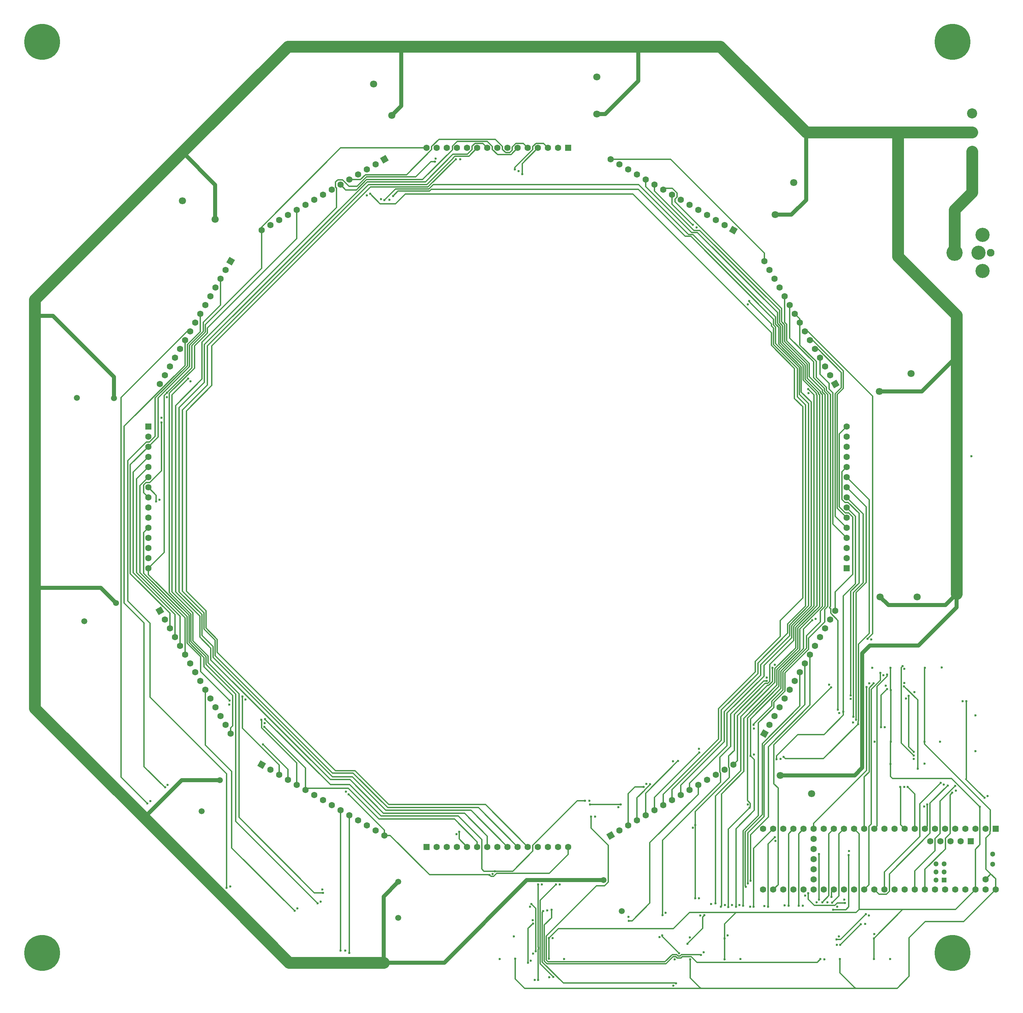
<source format=gbl>
%TF.GenerationSoftware,KiCad,Pcbnew,7.0.8-7.0.8~ubuntu22.04.1*%
%TF.CreationDate,2024-02-09T20:45:54-08:00*%
%TF.ProjectId,teensy_arena_12-12,7465656e-7379-45f6-9172-656e615f3132,rev?*%
%TF.SameCoordinates,Original*%
%TF.FileFunction,Copper,L4,Bot*%
%TF.FilePolarity,Positive*%
%FSLAX46Y46*%
G04 Gerber Fmt 4.6, Leading zero omitted, Abs format (unit mm)*
G04 Created by KiCad (PCBNEW 7.0.8-7.0.8~ubuntu22.04.1) date 2024-02-09 20:45:54*
%MOMM*%
%LPD*%
G01*
G04 APERTURE LIST*
G04 Aperture macros list*
%AMRotRect*
0 Rectangle, with rotation*
0 The origin of the aperture is its center*
0 $1 length*
0 $2 width*
0 $3 Rotation angle, in degrees counterclockwise*
0 Add horizontal line*
21,1,$1,$2,0,0,$3*%
G04 Aperture macros list end*
%TA.AperFunction,ComponentPad*%
%ADD10C,9.000000*%
%TD*%
%TA.AperFunction,ComponentPad*%
%ADD11R,1.600000X1.600000*%
%TD*%
%TA.AperFunction,ComponentPad*%
%ADD12C,1.600000*%
%TD*%
%TA.AperFunction,ComponentPad*%
%ADD13RotRect,1.600000X1.600000X60.000000*%
%TD*%
%TA.AperFunction,ComponentPad*%
%ADD14C,2.540000*%
%TD*%
%TA.AperFunction,ComponentPad*%
%ADD15RotRect,1.600000X1.600000X330.000000*%
%TD*%
%TA.AperFunction,ComponentPad*%
%ADD16RotRect,1.600000X1.600000X30.000000*%
%TD*%
%TA.AperFunction,ComponentPad*%
%ADD17C,3.556000*%
%TD*%
%TA.AperFunction,ComponentPad*%
%ADD18C,1.930400*%
%TD*%
%TA.AperFunction,ComponentPad*%
%ADD19C,4.064000*%
%TD*%
%TA.AperFunction,ComponentPad*%
%ADD20RotRect,1.600000X1.600000X210.000000*%
%TD*%
%TA.AperFunction,ComponentPad*%
%ADD21R,1.300000X1.300000*%
%TD*%
%TA.AperFunction,ComponentPad*%
%ADD22C,1.300000*%
%TD*%
%TA.AperFunction,ComponentPad*%
%ADD23RotRect,1.600000X1.600000X240.000000*%
%TD*%
%TA.AperFunction,ComponentPad*%
%ADD24RotRect,1.600000X1.600000X300.000000*%
%TD*%
%TA.AperFunction,ComponentPad*%
%ADD25RotRect,1.600000X1.600000X120.000000*%
%TD*%
%TA.AperFunction,ComponentPad*%
%ADD26RotRect,1.600000X1.600000X150.000000*%
%TD*%
%TA.AperFunction,ViaPad*%
%ADD27C,0.600000*%
%TD*%
%TA.AperFunction,ViaPad*%
%ADD28C,1.800000*%
%TD*%
%TA.AperFunction,ViaPad*%
%ADD29C,1.500000*%
%TD*%
%TA.AperFunction,Conductor*%
%ADD30C,0.300000*%
%TD*%
%TA.AperFunction,Conductor*%
%ADD31C,3.000000*%
%TD*%
%TA.AperFunction,Conductor*%
%ADD32C,1.000000*%
%TD*%
G04 APERTURE END LIST*
D10*
%TO.P,H1,1,1*%
%TO.N,GND*%
X63500000Y-63500000D03*
%TD*%
D11*
%TO.P,P10,1*%
%TO.N,/Panel Headers/POW.5V_HDR_10*%
X160019999Y-265474028D03*
D12*
%TO.P,P10,2*%
%TO.N,GND*%
X162559999Y-265474028D03*
%TO.P,P10,3*%
%TO.N,/Panel Headers/RESET*%
X165099999Y-265474028D03*
%TO.P,P10,4*%
%TO.N,/Level Shifters/PAN5V.SCK_1*%
X167639999Y-265474028D03*
%TO.P,P10,5*%
%TO.N,/Level Shifters/PAN5V.MOSI_1*%
X170179999Y-265474028D03*
%TO.P,P10,6*%
%TO.N,/Level Shifters/PAN5V.MISO_1*%
X172719999Y-265474028D03*
%TO.P,P10,7*%
%TO.N,/Level Shifters/PAN5V.CS_15*%
X175259999Y-265474028D03*
%TO.P,P10,8*%
%TO.N,/Level Shifters/PAN5V.CS_16*%
X177799999Y-265474028D03*
%TO.P,P10,9*%
%TO.N,/Level Shifters/PAN5V.CS_17*%
X180339999Y-265474028D03*
%TO.P,P10,10*%
%TO.N,/Level Shifters/PAN5V.CS_18*%
X182879999Y-265474028D03*
%TO.P,P10,11*%
%TO.N,/Level Shifters/PAN5V.CS_19*%
X185419999Y-265474028D03*
%TO.P,P10,12*%
%TO.N,unconnected-(P10-Pad12)*%
X187959999Y-265474028D03*
%TO.P,P10,13*%
%TO.N,unconnected-(P10-Pad13)*%
X190499999Y-265474028D03*
%TO.P,P10,14*%
%TO.N,unconnected-(P10-Pad14)*%
X193039999Y-265474028D03*
%TO.P,P10,15*%
%TO.N,/Level Shifters/PAN5V.EXT_INT*%
X195579999Y-265474028D03*
%TD*%
D13*
%TO.P,P12,1*%
%TO.N,/Panel Headers/POW.5V_HDR_12*%
X244837936Y-237034946D03*
D12*
%TO.P,P12,2*%
%TO.N,GND*%
X246107936Y-234835241D03*
%TO.P,P12,3*%
%TO.N,/Panel Headers/RESET*%
X247377936Y-232635537D03*
%TO.P,P12,4*%
%TO.N,/Level Shifters/PAN5V.SCK_1*%
X248647936Y-230435832D03*
%TO.P,P12,5*%
%TO.N,/Level Shifters/PAN5V.MOSI_1*%
X249917936Y-228236128D03*
%TO.P,P12,6*%
%TO.N,/Level Shifters/PAN5V.MISO_1*%
X251187936Y-226036423D03*
%TO.P,P12,7*%
%TO.N,/Level Shifters/PAN5V.CS_25*%
X252457936Y-223836719D03*
%TO.P,P12,8*%
%TO.N,/Level Shifters/PAN5V.CS_26*%
X253727936Y-221637014D03*
%TO.P,P12,9*%
%TO.N,/Level Shifters/PAN5V.CS_27*%
X254997936Y-219437309D03*
%TO.P,P12,10*%
%TO.N,/Level Shifters/PAN5V.CS_28*%
X256267936Y-217237605D03*
%TO.P,P12,11*%
%TO.N,/Level Shifters/PAN5V.CS_29*%
X257537936Y-215037900D03*
%TO.P,P12,12*%
%TO.N,unconnected-(P12-Pad12)*%
X258807936Y-212838196D03*
%TO.P,P12,13*%
%TO.N,unconnected-(P12-Pad13)*%
X260077936Y-210638491D03*
%TO.P,P12,14*%
%TO.N,unconnected-(P12-Pad14)*%
X261347936Y-208438787D03*
%TO.P,P12,15*%
%TO.N,/Level Shifters/PAN5V.EXT_INT*%
X262617936Y-206239082D03*
%TD*%
D11*
%TO.P,P7,1*%
%TO.N,/Panel Headers/POW.5V_HDR_7*%
X90125971Y-160020000D03*
D12*
%TO.P,P7,2*%
%TO.N,GND*%
X90125971Y-162560000D03*
%TO.P,P7,3*%
%TO.N,/Panel Headers/RESET*%
X90125971Y-165100000D03*
%TO.P,P7,4*%
%TO.N,/Level Shifters/PAN5V.SCK_1*%
X90125971Y-167640000D03*
%TO.P,P7,5*%
%TO.N,/Level Shifters/PAN5V.MOSI_1*%
X90125971Y-170180000D03*
%TO.P,P7,6*%
%TO.N,/Level Shifters/PAN5V.MISO_1*%
X90125971Y-172720000D03*
%TO.P,P7,7*%
%TO.N,/Level Shifters/PAN5V.CS_00*%
X90125971Y-175260000D03*
%TO.P,P7,8*%
%TO.N,/Level Shifters/PAN5V.CS_01*%
X90125971Y-177800000D03*
%TO.P,P7,9*%
%TO.N,/Level Shifters/PAN5V.CS_02*%
X90125971Y-180340000D03*
%TO.P,P7,10*%
%TO.N,/Level Shifters/PAN5V.CS_03*%
X90125971Y-182880000D03*
%TO.P,P7,11*%
%TO.N,/Level Shifters/PAN5V.CS_04*%
X90125971Y-185420000D03*
%TO.P,P7,12*%
%TO.N,unconnected-(P7-Pad12)*%
X90125971Y-187960000D03*
%TO.P,P7,13*%
%TO.N,unconnected-(P7-Pad13)*%
X90125971Y-190500000D03*
%TO.P,P7,14*%
%TO.N,unconnected-(P7-Pad14)*%
X90125971Y-193040000D03*
%TO.P,P7,15*%
%TO.N,/Level Shifters/PAN5V.EXT_INT*%
X90125971Y-195580000D03*
%TD*%
D14*
%TO.P,SW1,1,A*%
%TO.N,Net-(SW1-A)*%
X296960000Y-90982800D03*
%TO.P,SW1,2,B*%
%TO.N,VCC*%
X296960000Y-86233000D03*
%TO.P,SW1,3,C*%
%TO.N,GND*%
X296960000Y-81483200D03*
%TD*%
D15*
%TO.P,P9,1*%
%TO.N,/Panel Headers/POW.5V_HDR_9*%
X118565053Y-244837936D03*
D12*
%TO.P,P9,2*%
%TO.N,GND*%
X120764758Y-246107936D03*
%TO.P,P9,3*%
%TO.N,/Panel Headers/RESET*%
X122964462Y-247377936D03*
%TO.P,P9,4*%
%TO.N,/Level Shifters/PAN5V.SCK_1*%
X125164167Y-248647936D03*
%TO.P,P9,5*%
%TO.N,/Level Shifters/PAN5V.MOSI_1*%
X127363871Y-249917936D03*
%TO.P,P9,6*%
%TO.N,/Level Shifters/PAN5V.MISO_1*%
X129563576Y-251187936D03*
%TO.P,P9,7*%
%TO.N,/Level Shifters/PAN5V.CS_10*%
X131763280Y-252457936D03*
%TO.P,P9,8*%
%TO.N,/Level Shifters/PAN5V.CS_11*%
X133962985Y-253727936D03*
%TO.P,P9,9*%
%TO.N,/Level Shifters/PAN5V.CS_12*%
X136162690Y-254997936D03*
%TO.P,P9,10*%
%TO.N,/Level Shifters/PAN5V.CS_13*%
X138362394Y-256267936D03*
%TO.P,P9,11*%
%TO.N,/Level Shifters/PAN5V.CS_14*%
X140562099Y-257537936D03*
%TO.P,P9,12*%
%TO.N,unconnected-(P9-Pad12)*%
X142761803Y-258807936D03*
%TO.P,P9,13*%
%TO.N,unconnected-(P9-Pad13)*%
X144961508Y-260077936D03*
%TO.P,P9,14*%
%TO.N,unconnected-(P9-Pad14)*%
X147161212Y-261347936D03*
%TO.P,P9,15*%
%TO.N,/Level Shifters/PAN5V.EXT_INT*%
X149360917Y-262617936D03*
%TD*%
D16*
%TO.P,P11,1*%
%TO.N,/Panel Headers/POW.5V_HDR_11*%
X206239082Y-262617936D03*
D12*
%TO.P,P11,2*%
%TO.N,GND*%
X208438787Y-261347936D03*
%TO.P,P11,3*%
%TO.N,/Panel Headers/RESET*%
X210638491Y-260077936D03*
%TO.P,P11,4*%
%TO.N,/Level Shifters/PAN5V.SCK_1*%
X212838196Y-258807936D03*
%TO.P,P11,5*%
%TO.N,/Level Shifters/PAN5V.MOSI_1*%
X215037900Y-257537936D03*
%TO.P,P11,6*%
%TO.N,/Level Shifters/PAN5V.MISO_1*%
X217237605Y-256267936D03*
%TO.P,P11,7*%
%TO.N,/Level Shifters/PAN5V.CS_20*%
X219437309Y-254997936D03*
%TO.P,P11,8*%
%TO.N,/Level Shifters/PAN5V.CS_21*%
X221637014Y-253727936D03*
%TO.P,P11,9*%
%TO.N,/Level Shifters/PAN5V.CS_22*%
X223836719Y-252457936D03*
%TO.P,P11,10*%
%TO.N,/Level Shifters/PAN5V.CS_23*%
X226036423Y-251187936D03*
%TO.P,P11,11*%
%TO.N,/Level Shifters/PAN5V.CS_24*%
X228236128Y-249917936D03*
%TO.P,P11,12*%
%TO.N,unconnected-(P11-Pad12)*%
X230435832Y-248647936D03*
%TO.P,P11,13*%
%TO.N,unconnected-(P11-Pad13)*%
X232635537Y-247377936D03*
%TO.P,P11,14*%
%TO.N,unconnected-(P11-Pad14)*%
X234835241Y-246107936D03*
%TO.P,P11,15*%
%TO.N,/Level Shifters/PAN5V.EXT_INT*%
X237034946Y-244837936D03*
%TD*%
D10*
%TO.P,H3,1,1*%
%TO.N,GND*%
X292100000Y-292100000D03*
%TD*%
%TO.P,H4,1,1*%
%TO.N,GND*%
X63500000Y-292100000D03*
%TD*%
D17*
%TO.P,J1,*%
%TO.N,*%
X299596200Y-111963200D03*
D18*
X301602800Y-116459000D03*
D17*
X299596200Y-120954800D03*
D19*
%TO.P,J1,1*%
%TO.N,Net-(SW1-A)*%
X292611200Y-116459000D03*
D17*
%TO.P,J1,2*%
%TO.N,GND*%
X298605600Y-116459000D03*
%TD*%
D20*
%TO.P,P5,1*%
%TO.N,/Panel Headers/POW.5V_HDR_5*%
X149360917Y-92982063D03*
D12*
%TO.P,P5,2*%
%TO.N,GND*%
X147161212Y-94252063D03*
%TO.P,P5,3*%
%TO.N,/Panel Headers/RESET*%
X144961508Y-95522063D03*
%TO.P,P5,4*%
%TO.N,/Level Shifters/PAN5V.SCK_0*%
X142761803Y-96792063D03*
%TO.P,P5,5*%
%TO.N,/Level Shifters/PAN5V.MOSI_0*%
X140562099Y-98062063D03*
%TO.P,P5,6*%
%TO.N,/Level Shifters/PAN5V.MISO_0*%
X138362394Y-99332063D03*
%TO.P,P5,7*%
%TO.N,/Level Shifters/PAN5V.CS_20*%
X136162690Y-100602063D03*
%TO.P,P5,8*%
%TO.N,/Level Shifters/PAN5V.CS_21*%
X133962985Y-101872063D03*
%TO.P,P5,9*%
%TO.N,/Level Shifters/PAN5V.CS_22*%
X131763280Y-103142063D03*
%TO.P,P5,10*%
%TO.N,/Level Shifters/PAN5V.CS_23*%
X129563576Y-104412063D03*
%TO.P,P5,11*%
%TO.N,/Level Shifters/PAN5V.CS_24*%
X127363871Y-105682063D03*
%TO.P,P5,12*%
%TO.N,unconnected-(P5-Pad12)*%
X125164167Y-106952063D03*
%TO.P,P5,13*%
%TO.N,unconnected-(P5-Pad13)*%
X122964462Y-108222063D03*
%TO.P,P5,14*%
%TO.N,unconnected-(P5-Pad14)*%
X120764758Y-109492063D03*
%TO.P,P5,15*%
%TO.N,/Level Shifters/PAN5V.EXT_INT*%
X118565053Y-110762063D03*
%TD*%
D11*
%TO.P,P4,1*%
%TO.N,/Panel Headers/POW.5V_HDR_4*%
X195580000Y-90125971D03*
D12*
%TO.P,P4,2*%
%TO.N,GND*%
X193040000Y-90125971D03*
%TO.P,P4,3*%
%TO.N,/Panel Headers/RESET*%
X190500000Y-90125971D03*
%TO.P,P4,4*%
%TO.N,/Level Shifters/PAN5V.SCK_0*%
X187960000Y-90125971D03*
%TO.P,P4,5*%
%TO.N,/Level Shifters/PAN5V.MOSI_0*%
X185420000Y-90125971D03*
%TO.P,P4,6*%
%TO.N,/Level Shifters/PAN5V.MISO_0*%
X182880000Y-90125971D03*
%TO.P,P4,7*%
%TO.N,/Level Shifters/PAN5V.CS_15*%
X180340000Y-90125971D03*
%TO.P,P4,8*%
%TO.N,/Level Shifters/PAN5V.CS_16*%
X177800000Y-90125971D03*
%TO.P,P4,9*%
%TO.N,/Level Shifters/PAN5V.CS_17*%
X175260000Y-90125971D03*
%TO.P,P4,10*%
%TO.N,/Level Shifters/PAN5V.CS_18*%
X172720000Y-90125971D03*
%TO.P,P4,11*%
%TO.N,/Level Shifters/PAN5V.CS_19*%
X170180000Y-90125971D03*
%TO.P,P4,12*%
%TO.N,unconnected-(P4-Pad12)*%
X167640000Y-90125971D03*
%TO.P,P4,13*%
%TO.N,unconnected-(P4-Pad13)*%
X165100000Y-90125971D03*
%TO.P,P4,14*%
%TO.N,unconnected-(P4-Pad14)*%
X162560000Y-90125971D03*
%TO.P,P4,15*%
%TO.N,/Level Shifters/PAN5V.EXT_INT*%
X160020000Y-90125971D03*
%TD*%
D11*
%TO.P,U18,1,GND*%
%TO.N,GND*%
X302895000Y-260985000D03*
D12*
%TO.P,U18,2,0_RX1_CRX2_CS1*%
%TO.N,/Level Shifters/PAN3V.CS_00*%
X300355000Y-260985000D03*
%TO.P,U18,3,1_TX1_CTX2_MISO1*%
%TO.N,/Level Shifters/PAN3V.MISO_1*%
X297815000Y-260985000D03*
%TO.P,U18,4,2_OUT2*%
%TO.N,/Level Shifters/PAN3V.CS_01*%
X295275000Y-260985000D03*
%TO.P,U18,5,3_LRCLK2*%
%TO.N,/Level Shifters/PAN3V.CS_02*%
X292735000Y-260985000D03*
%TO.P,U18,6,4_BCLK2*%
%TO.N,/Level Shifters/PAN3V.CS_03*%
X290195000Y-260985000D03*
%TO.P,U18,7,5_IN2*%
%TO.N,/Level Shifters/PAN3V.CS_04*%
X287655000Y-260985000D03*
%TO.P,U18,8,6_OUT1D*%
%TO.N,/Level Shifters/PAN3V.CS_05*%
X285115000Y-260985000D03*
%TO.P,U18,9,7_RX2_OUT1A*%
%TO.N,/Level Shifters/PAN3V.CS_06*%
X282575000Y-260985000D03*
%TO.P,U18,10,8_TX2_IN1*%
%TO.N,/Level Shifters/PAN3V.CS_07*%
X280035000Y-260985000D03*
%TO.P,U18,11,9_OUT1C*%
%TO.N,/Level Shifters/PAN3V.CS_08*%
X277495000Y-260985000D03*
%TO.P,U18,12,10_CS_MQSR*%
%TO.N,/Level Shifters/PAN3V.CS_09*%
X274955000Y-260985000D03*
%TO.P,U18,13,11_MOSI_CTX1*%
%TO.N,/Level Shifters/PAN3V.MOSI_0*%
X272415000Y-260985000D03*
%TO.P,U18,14,12_MISO_MQSL*%
%TO.N,/Level Shifters/PAN3V.MISO_0*%
X269875000Y-260985000D03*
%TO.P,U18,15,3V3*%
%TO.N,+3.3V*%
X267335000Y-260985000D03*
%TO.P,U18,16,24_A10_TX6_SCL2*%
%TO.N,/Level Shifters/PAN3V.CS_10*%
X264795000Y-260985000D03*
%TO.P,U18,17,25_A11_RX6_SDA2*%
%TO.N,/Level Shifters/PAN3V.CS_11*%
X262255000Y-260985000D03*
%TO.P,U18,18,26_A12_MOSI1*%
%TO.N,/Level Shifters/PAN3V.MOSI_1*%
X259715000Y-260985000D03*
%TO.P,U18,19,27_A13_SCK1*%
%TO.N,/Level Shifters/PAN3V.SCK_1*%
X257175000Y-260985000D03*
%TO.P,U18,20,28_RX7*%
%TO.N,/Level Shifters/PAN3V.CS_12*%
X254635000Y-260985000D03*
%TO.P,U18,21,29_TX7*%
%TO.N,/Level Shifters/PAN3V.CS_13*%
X252095000Y-260985000D03*
%TO.P,U18,22,30_CRX3*%
%TO.N,/Level Shifters/PAN3V.CS_14*%
X249555000Y-260985000D03*
%TO.P,U18,23,31_CTX3*%
%TO.N,/Level Shifters/PAN3V.CS_15*%
X247015000Y-260985000D03*
%TO.P,U18,24,32_OUT1B*%
%TO.N,/Level Shifters/PAN3V.CS_16*%
X244475000Y-260985000D03*
%TO.P,U18,25,33_MCLK2*%
%TO.N,/Level Shifters/PAN3V.EXT_INT*%
X244475000Y-276225000D03*
%TO.P,U18,26,34_RX8*%
%TO.N,/Level Shifters/PAN3V.RESET*%
X247015000Y-276225000D03*
%TO.P,U18,27,35_TX8*%
%TO.N,/Level Shifters/PAN3V.CS_29*%
X249555000Y-276225000D03*
%TO.P,U18,28,36_CS*%
%TO.N,/Level Shifters/PAN3V.CS_28*%
X252095000Y-276225000D03*
%TO.P,U18,29,37_CS*%
%TO.N,/Level Shifters/PAN3V.CS_27*%
X254635000Y-276225000D03*
%TO.P,U18,30,38_CS1_IN1*%
%TO.N,/Level Shifters/PAN3V.CS_26*%
X257175000Y-276225000D03*
%TO.P,U18,31,39_MISO1_OUT1A*%
%TO.N,/Level Shifters/PAN3V.CS_25*%
X259715000Y-276225000D03*
%TO.P,U18,32,40_A16*%
%TO.N,/Level Shifters/PAN3V.CS_24*%
X262255000Y-276225000D03*
%TO.P,U18,33,41_A17*%
%TO.N,/Level Shifters/PAN3V.CS_23*%
X264795000Y-276225000D03*
%TO.P,U18,34,GND*%
%TO.N,GND*%
X267335000Y-276225000D03*
%TO.P,U18,35,13_SCK_LED*%
%TO.N,/Level Shifters/PAN3V.SCK_0*%
X269875000Y-276225000D03*
%TO.P,U18,36,14_A0_TX3_SPDIF_OUT*%
%TO.N,/Teensy/A0*%
X272415000Y-276225000D03*
%TO.P,U18,37,15_A1_RX3_SPDIF_IN*%
%TO.N,/Teensy/A1*%
X274955000Y-276225000D03*
%TO.P,U18,38,16_A2_RX4_SCL1*%
%TO.N,/Level Shifters/PAN3V.CS_22*%
X277495000Y-276225000D03*
%TO.P,U18,39,17_A3_TX4_SDA1*%
%TO.N,/Level Shifters/PAN3V.CS_21*%
X280035000Y-276225000D03*
%TO.P,U18,40,18_A4_SDA*%
%TO.N,/Teensy/SDA*%
X282575000Y-276225000D03*
%TO.P,U18,41,19_A5_SCL*%
%TO.N,/Teensy/SCL*%
X285115000Y-276225000D03*
%TO.P,U18,42,20_A6_TX5_LRCLK1*%
%TO.N,/Level Shifters/PAN3V.CS_20*%
X287655000Y-276225000D03*
%TO.P,U18,43,21_A7_RX5_BCLK1*%
%TO.N,/Level Shifters/PAN3V.CS_19*%
X290195000Y-276225000D03*
%TO.P,U18,44,22_A8_CTX1*%
%TO.N,/Level Shifters/PAN3V.CS_18*%
X292735000Y-276225000D03*
%TO.P,U18,45,23_A9_CRX1_MCLK1*%
%TO.N,/Level Shifters/PAN3V.CS_17*%
X295275000Y-276225000D03*
%TO.P,U18,46,3V3*%
%TO.N,+3.3V*%
X297815000Y-276225000D03*
%TO.P,U18,47,GND*%
%TO.N,GND*%
X300355000Y-276225000D03*
%TO.P,U18,48,VIN*%
%TO.N,+5V*%
X302895000Y-276225000D03*
%TO.P,U18,49,VUSB*%
X300355000Y-273685000D03*
%TO.P,U18,50,VBAT*%
%TO.N,unconnected-(U18-VBAT-Pad50)*%
X257175000Y-263525000D03*
%TO.P,U18,51,3V3*%
%TO.N,unconnected-(U18-3V3-Pad51)*%
X257175000Y-266065000D03*
%TO.P,U18,52,GND*%
%TO.N,unconnected-(U18-GND-Pad52)*%
X257175000Y-268605000D03*
%TO.P,U18,53,PROGRAM*%
%TO.N,unconnected-(U18-PROGRAM-Pad53)*%
X257175000Y-271145000D03*
%TO.P,U18,54,ON_OFF*%
%TO.N,unconnected-(U18-ON_OFF-Pad54)*%
X257175000Y-273685000D03*
D11*
%TO.P,U18,55,5V*%
%TO.N,unconnected-(U18-5V-Pad55)*%
X296595800Y-264035800D03*
D12*
%TO.P,U18,56,D-*%
%TO.N,unconnected-(U18-D--Pad56)*%
X294055800Y-264035800D03*
%TO.P,U18,57,D+*%
%TO.N,unconnected-(U18-D+-Pad57)*%
X291515800Y-264035800D03*
%TO.P,U18,58,GND*%
%TO.N,unconnected-(U18-GND-Pad58)*%
X288975800Y-264035800D03*
%TO.P,U18,59,GND*%
%TO.N,unconnected-(U18-GND-Pad59)*%
X286435800Y-264035800D03*
D21*
%TO.P,U18,60,R+*%
%TO.N,unconnected-(U18-R+-Pad60)*%
X289925000Y-273786600D03*
D22*
%TO.P,U18,61,LED*%
%TO.N,unconnected-(U18-LED-Pad61)*%
X289925000Y-271786600D03*
%TO.P,U18,62,T-*%
%TO.N,unconnected-(U18-T--Pad62)*%
X289925000Y-269786600D03*
%TO.P,U18,63,T+*%
%TO.N,unconnected-(U18-T+-Pad63)*%
X287925000Y-269786600D03*
%TO.P,U18,64,GND*%
%TO.N,unconnected-(U18-GND-Pad64)*%
X287925000Y-271786600D03*
%TO.P,U18,65,R-*%
%TO.N,unconnected-(U18-R--Pad65)*%
X287925000Y-273786600D03*
%TO.P,U18,66,D-*%
%TO.N,unconnected-(U18-D--Pad66)*%
X302165000Y-269875000D03*
%TO.P,U18,67,D+*%
%TO.N,unconnected-(U18-D+-Pad67)*%
X302165000Y-267335000D03*
%TD*%
D11*
%TO.P,P1,1*%
%TO.N,/Panel Headers/POW.5V_HDR_1*%
X265474028Y-195580000D03*
D12*
%TO.P,P1,2*%
%TO.N,GND*%
X265474028Y-193040000D03*
%TO.P,P1,3*%
%TO.N,/Panel Headers/RESET*%
X265474028Y-190500000D03*
%TO.P,P1,4*%
%TO.N,/Level Shifters/PAN5V.SCK_0*%
X265474028Y-187960000D03*
%TO.P,P1,5*%
%TO.N,/Level Shifters/PAN5V.MOSI_0*%
X265474028Y-185420000D03*
%TO.P,P1,6*%
%TO.N,/Level Shifters/PAN5V.MISO_0*%
X265474028Y-182880000D03*
%TO.P,P1,7*%
%TO.N,/Level Shifters/PAN5V.CS_00*%
X265474028Y-180340000D03*
%TO.P,P1,8*%
%TO.N,/Level Shifters/PAN5V.CS_01*%
X265474028Y-177800000D03*
%TO.P,P1,9*%
%TO.N,/Level Shifters/PAN5V.CS_02*%
X265474028Y-175260000D03*
%TO.P,P1,10*%
%TO.N,/Level Shifters/PAN5V.CS_03*%
X265474028Y-172720000D03*
%TO.P,P1,11*%
%TO.N,/Level Shifters/PAN5V.CS_04*%
X265474028Y-170180000D03*
%TO.P,P1,12*%
%TO.N,unconnected-(P1-Pad12)*%
X265474028Y-167640000D03*
%TO.P,P1,13*%
%TO.N,unconnected-(P1-Pad13)*%
X265474028Y-165100000D03*
%TO.P,P1,14*%
%TO.N,unconnected-(P1-Pad14)*%
X265474028Y-162560000D03*
%TO.P,P1,15*%
%TO.N,/Level Shifters/PAN5V.EXT_INT*%
X265474028Y-160020000D03*
%TD*%
D23*
%TO.P,P6,1*%
%TO.N,/Panel Headers/POW.5V_HDR_6*%
X110762063Y-118565053D03*
D12*
%TO.P,P6,2*%
%TO.N,GND*%
X109492063Y-120764758D03*
%TO.P,P6,3*%
%TO.N,/Panel Headers/RESET*%
X108222063Y-122964462D03*
%TO.P,P6,4*%
%TO.N,/Level Shifters/PAN5V.SCK_0*%
X106952063Y-125164167D03*
%TO.P,P6,5*%
%TO.N,/Level Shifters/PAN5V.MOSI_0*%
X105682063Y-127363871D03*
%TO.P,P6,6*%
%TO.N,/Level Shifters/PAN5V.MISO_0*%
X104412063Y-129563576D03*
%TO.P,P6,7*%
%TO.N,/Level Shifters/PAN5V.CS_25*%
X103142063Y-131763280D03*
%TO.P,P6,8*%
%TO.N,/Level Shifters/PAN5V.CS_26*%
X101872063Y-133962985D03*
%TO.P,P6,9*%
%TO.N,/Level Shifters/PAN5V.CS_27*%
X100602063Y-136162690D03*
%TO.P,P6,10*%
%TO.N,/Level Shifters/PAN5V.CS_28*%
X99332063Y-138362394D03*
%TO.P,P6,11*%
%TO.N,/Level Shifters/PAN5V.CS_29*%
X98062063Y-140562099D03*
%TO.P,P6,12*%
%TO.N,unconnected-(P6-Pad12)*%
X96792063Y-142761803D03*
%TO.P,P6,13*%
%TO.N,unconnected-(P6-Pad13)*%
X95522063Y-144961508D03*
%TO.P,P6,14*%
%TO.N,unconnected-(P6-Pad14)*%
X94252063Y-147161212D03*
%TO.P,P6,15*%
%TO.N,/Level Shifters/PAN5V.EXT_INT*%
X92982063Y-149360917D03*
%TD*%
D24*
%TO.P,P8,1*%
%TO.N,/Panel Headers/POW.5V_HDR_8*%
X92982063Y-206239082D03*
D12*
%TO.P,P8,2*%
%TO.N,GND*%
X94252063Y-208438787D03*
%TO.P,P8,3*%
%TO.N,/Panel Headers/RESET*%
X95522063Y-210638491D03*
%TO.P,P8,4*%
%TO.N,/Level Shifters/PAN5V.SCK_1*%
X96792063Y-212838196D03*
%TO.P,P8,5*%
%TO.N,/Level Shifters/PAN5V.MOSI_1*%
X98062063Y-215037900D03*
%TO.P,P8,6*%
%TO.N,/Level Shifters/PAN5V.MISO_1*%
X99332063Y-217237605D03*
%TO.P,P8,7*%
%TO.N,/Level Shifters/PAN5V.CS_05*%
X100602063Y-219437309D03*
%TO.P,P8,8*%
%TO.N,/Level Shifters/PAN5V.CS_06*%
X101872063Y-221637014D03*
%TO.P,P8,9*%
X103142063Y-223836719D03*
%TO.P,P8,10*%
%TO.N,/Level Shifters/PAN5V.CS_08*%
X104412063Y-226036423D03*
%TO.P,P8,11*%
%TO.N,/Level Shifters/PAN5V.CS_09*%
X105682063Y-228236128D03*
%TO.P,P8,12*%
%TO.N,unconnected-(P8-Pad12)*%
X106952063Y-230435832D03*
%TO.P,P8,13*%
%TO.N,unconnected-(P8-Pad13)*%
X108222063Y-232635537D03*
%TO.P,P8,14*%
%TO.N,unconnected-(P8-Pad14)*%
X109492063Y-234835241D03*
%TO.P,P8,15*%
%TO.N,/Level Shifters/PAN5V.EXT_INT*%
X110762063Y-237034946D03*
%TD*%
D10*
%TO.P,H2,1,1*%
%TO.N,GND*%
X292100000Y-63500000D03*
%TD*%
D25*
%TO.P,P2,1*%
%TO.N,/Panel Headers/POW.5V_HDR_2*%
X262617936Y-149360917D03*
D12*
%TO.P,P2,2*%
%TO.N,GND*%
X261347936Y-147161212D03*
%TO.P,P2,3*%
%TO.N,/Panel Headers/RESET*%
X260077936Y-144961508D03*
%TO.P,P2,4*%
%TO.N,/Level Shifters/PAN5V.SCK_0*%
X258807936Y-142761803D03*
%TO.P,P2,5*%
%TO.N,/Level Shifters/PAN5V.MOSI_0*%
X257537936Y-140562099D03*
%TO.P,P2,6*%
%TO.N,/Level Shifters/PAN5V.MISO_0*%
X256267936Y-138362394D03*
%TO.P,P2,7*%
%TO.N,/Level Shifters/PAN5V.CS_05*%
X254997936Y-136162690D03*
%TO.P,P2,8*%
%TO.N,/Level Shifters/PAN5V.CS_06*%
X253727936Y-133962985D03*
%TO.P,P2,9*%
X252457936Y-131763280D03*
%TO.P,P2,10*%
%TO.N,/Level Shifters/PAN5V.CS_08*%
X251187936Y-129563576D03*
%TO.P,P2,11*%
%TO.N,/Level Shifters/PAN5V.CS_09*%
X249917936Y-127363871D03*
%TO.P,P2,12*%
%TO.N,unconnected-(P2-Pad12)*%
X248647936Y-125164167D03*
%TO.P,P2,13*%
%TO.N,unconnected-(P2-Pad13)*%
X247377936Y-122964462D03*
%TO.P,P2,14*%
%TO.N,unconnected-(P2-Pad14)*%
X246107936Y-120764758D03*
%TO.P,P2,15*%
%TO.N,/Level Shifters/PAN5V.EXT_INT*%
X244837936Y-118565053D03*
%TD*%
D26*
%TO.P,P3,1*%
%TO.N,/Panel Headers/POW.5V_HDR_3*%
X237034946Y-110762063D03*
D12*
%TO.P,P3,2*%
%TO.N,GND*%
X234835241Y-109492063D03*
%TO.P,P3,3*%
%TO.N,/Panel Headers/RESET*%
X232635537Y-108222063D03*
%TO.P,P3,4*%
%TO.N,/Level Shifters/PAN5V.SCK_0*%
X230435832Y-106952063D03*
%TO.P,P3,5*%
%TO.N,/Level Shifters/PAN5V.MOSI_0*%
X228236128Y-105682063D03*
%TO.P,P3,6*%
%TO.N,/Level Shifters/PAN5V.MISO_0*%
X226036423Y-104412063D03*
%TO.P,P3,7*%
%TO.N,/Level Shifters/PAN5V.CS_10*%
X223836719Y-103142063D03*
%TO.P,P3,8*%
%TO.N,/Level Shifters/PAN5V.CS_11*%
X221637014Y-101872063D03*
%TO.P,P3,9*%
%TO.N,/Level Shifters/PAN5V.CS_12*%
X219437309Y-100602063D03*
%TO.P,P3,10*%
%TO.N,/Level Shifters/PAN5V.CS_13*%
X217237605Y-99332063D03*
%TO.P,P3,11*%
%TO.N,/Level Shifters/PAN5V.CS_14*%
X215037900Y-98062063D03*
%TO.P,P3,12*%
%TO.N,unconnected-(P3-Pad12)*%
X212838196Y-96792063D03*
%TO.P,P3,13*%
%TO.N,unconnected-(P3-Pad13)*%
X210638491Y-95522063D03*
%TO.P,P3,14*%
%TO.N,unconnected-(P3-Pad14)*%
X208438787Y-94252063D03*
%TO.P,P3,15*%
%TO.N,/Level Shifters/PAN5V.EXT_INT*%
X206239082Y-92982063D03*
%TD*%
D27*
%TO.N,+3.3V*%
X276530000Y-239080000D03*
X276520000Y-244710000D03*
X272312000Y-293642000D03*
X190704000Y-288384000D03*
X276510000Y-220523000D03*
X190704000Y-293571000D03*
X276555000Y-226105000D03*
X298965000Y-255460000D03*
X234840000Y-288464000D03*
X234830000Y-293714000D03*
X272302000Y-288424000D03*
%TO.N,+5V*%
X226200000Y-293684000D03*
X182274000Y-293564000D03*
X285060000Y-239065000D03*
X263782000Y-293654000D03*
X285140000Y-220524000D03*
D28*
%TO.N,VCC*%
X106934000Y-108052000D03*
D29*
X81534000Y-152908000D03*
D28*
X151232000Y-81940400D03*
X247548000Y-106883000D03*
D29*
X108052000Y-248768000D03*
X152857000Y-274269000D03*
D28*
X273863000Y-202743000D03*
X202743000Y-81584800D03*
D29*
X204419000Y-273812000D03*
D28*
X273710000Y-151181000D03*
D29*
X82042000Y-204318000D03*
D28*
X248768000Y-247548000D03*
D27*
%TO.N,/Teensy/SDA*%
X292705200Y-250229900D03*
%TO.N,/Teensy/SCL*%
X292015300Y-251914000D03*
%TO.N,/Teensy/A0*%
X290890300Y-250083100D03*
%TO.N,/Teensy/A1*%
X289128200Y-249402600D03*
%TO.N,/Level Shifters/PAN5V.SCK_1*%
X216154000Y-249769100D03*
X118912400Y-239769800D03*
%TO.N,/Level Shifters/PAN5V.SCK_0*%
X184048400Y-96672400D03*
%TO.N,/Level Shifters/PAN5V.CS_00*%
X201087200Y-254830500D03*
X247868200Y-243462700D03*
X208768200Y-254869300D03*
X92124000Y-178850400D03*
X264617200Y-231546400D03*
%TO.N,/Level Shifters/PAN5V.CS_01*%
X267169000Y-232841800D03*
X93446600Y-159004000D03*
%TO.N,/Level Shifters/PAN5V.CS_02*%
X267826500Y-233578400D03*
%TO.N,/Level Shifters/PAN5V.CS_03*%
X249631200Y-242900200D03*
X268326500Y-234683900D03*
%TO.N,/Level Shifters/PAN5V.CS_04*%
X281041800Y-227549600D03*
X282362600Y-241651700D03*
X266517700Y-227534100D03*
X110559250Y-228810150D03*
%TO.N,/Level Shifters/PAN5V.EXT_INT*%
X175793400Y-272542000D03*
X140395000Y-252309300D03*
X246829800Y-220548200D03*
X94763166Y-151585166D03*
%TO.N,GND*%
X92964000Y-178409600D03*
X183108600Y-95935800D03*
X263542000Y-287954000D03*
D28*
X281635000Y-146710000D03*
D27*
X257708400Y-208305400D03*
X222330000Y-293724000D03*
X100711000Y-148666200D03*
X259852000Y-293674000D03*
X144975000Y-102050000D03*
X255930400Y-151638000D03*
X267106400Y-234264200D03*
X228436966Y-240908366D03*
X282321000Y-243408200D03*
X264871200Y-278765000D03*
X176606200Y-272262600D03*
X289350000Y-220470000D03*
X245389400Y-223012000D03*
D29*
X103530000Y-256540000D03*
D27*
X249910600Y-280162000D03*
X300837600Y-252755400D03*
X272423434Y-287384034D03*
X289864800Y-249885200D03*
X218465400Y-288163000D03*
X241274600Y-280517600D03*
X133781800Y-276199600D03*
X190271400Y-281432000D03*
X200837800Y-253923800D03*
X210718400Y-283006800D03*
X235585000Y-287705800D03*
X167549300Y-262280400D03*
X238582200Y-280111200D03*
X271880000Y-220530000D03*
X186744800Y-292277800D03*
X254457200Y-280289000D03*
X242214400Y-242290600D03*
X193395600Y-274929600D03*
X229616000Y-291973000D03*
X186690000Y-283895800D03*
X294563800Y-228930200D03*
X94996000Y-249961400D03*
X261035800Y-224790000D03*
X178334000Y-293584000D03*
X274726400Y-222453200D03*
X248843800Y-243459000D03*
X187175000Y-298900000D03*
D28*
X256692000Y-252120000D03*
D27*
X110464600Y-229793800D03*
X133375400Y-279222200D03*
X226089268Y-288245400D03*
X272480000Y-239100000D03*
X263144000Y-280543000D03*
X194564000Y-293624000D03*
X275005800Y-235458000D03*
X191668400Y-288417000D03*
X139573000Y-291490400D03*
X292912800Y-251383800D03*
X280365200Y-228244400D03*
D29*
X152857000Y-283261000D03*
D28*
X146660000Y-74066400D03*
D29*
X208991000Y-281584000D03*
D27*
X263575800Y-231927400D03*
X288960000Y-239080000D03*
X271678400Y-213410800D03*
X221996000Y-300319200D03*
X240639600Y-129336800D03*
X162280600Y-92760800D03*
X257937000Y-279425400D03*
X275259800Y-225069400D03*
X148590000Y-102920800D03*
D28*
X98704400Y-103378000D03*
D27*
X236677200Y-280090100D03*
X227787200Y-110032800D03*
X208127600Y-255549400D03*
D28*
X283159000Y-202743000D03*
D27*
X234899200Y-280090100D03*
X150698200Y-103124000D03*
X94765300Y-152654000D03*
X271119600Y-224434400D03*
X228396800Y-278409400D03*
X238770000Y-293664000D03*
X247601500Y-263956800D03*
X255092200Y-277698200D03*
X185978800Y-280543000D03*
X231444800Y-279806400D03*
X263017000Y-290093400D03*
X93447100Y-157835600D03*
X202300367Y-257875567D03*
X296790000Y-167440000D03*
X190825000Y-298200000D03*
X168478200Y-92927300D03*
D28*
X252222000Y-98806000D03*
D27*
X297800000Y-232490000D03*
X188950600Y-274878800D03*
X114526534Y-228525866D03*
X279933400Y-224358200D03*
X139776200Y-251637800D03*
X90601800Y-253974600D03*
D29*
X74066400Y-208890000D03*
D27*
X119375000Y-234450000D03*
X186156600Y-294055800D03*
X242189000Y-235813600D03*
X279933400Y-250444000D03*
X110693200Y-275437600D03*
X260629400Y-279374600D03*
X215214200Y-249707400D03*
X127558800Y-280949400D03*
D28*
X202743000Y-72339200D03*
D27*
X247474266Y-219762866D03*
X221900000Y-243975000D03*
X266471400Y-228371400D03*
X297790000Y-241470000D03*
X279984200Y-220853000D03*
X181934000Y-287974000D03*
X240639600Y-254838200D03*
X271094200Y-282727400D03*
X266039600Y-266573000D03*
X285005000Y-244625000D03*
D29*
X72186800Y-152857000D03*
D27*
X276362000Y-293614000D03*
X282490000Y-226670000D03*
X284962600Y-255371600D03*
X226854200Y-260705600D03*
X220014800Y-282041600D03*
X270100000Y-284850000D03*
X228756539Y-282738954D03*
X244856000Y-280339800D03*
%TO.N,/Level Shifters/PAN5V.CS_05*%
X282338700Y-242562100D03*
X270694700Y-213310700D03*
X279515700Y-220138600D03*
%TO.N,/Level Shifters/PAN5V.CS_06*%
X263316000Y-231063800D03*
%TO.N,/Level Shifters/PAN5V.CS_08*%
X239505900Y-280238200D03*
X126867200Y-281554700D03*
%TO.N,/Level Shifters/PAN5V.CS_09*%
X228919700Y-292595500D03*
X242112800Y-234848400D03*
X201319775Y-257857904D03*
%TO.N,/Level Shifters/PAN5V.CS_10*%
X227503700Y-259982400D03*
X227503700Y-278415200D03*
X223403400Y-292182100D03*
X255859700Y-150633400D03*
X219134400Y-287705800D03*
%TO.N,/Level Shifters/PAN5V.CS_11*%
X241325400Y-242634800D03*
X256851300Y-208653400D03*
X237693200Y-280543000D03*
X226875000Y-109375000D03*
%TO.N,/Level Shifters/PAN5V.CS_12*%
X241058500Y-255723100D03*
X235737400Y-280593800D03*
%TO.N,/Level Shifters/PAN5V.CS_13*%
X138362400Y-291533400D03*
X233887850Y-280471450D03*
%TO.N,/Level Shifters/PAN5V.CS_14*%
X225547000Y-289792600D03*
X140562100Y-292089500D03*
X229743000Y-282651200D03*
X232507200Y-279661900D03*
%TO.N,/Level Shifters/PAN5V.CS_15*%
X162102800Y-93573600D03*
X187394300Y-291642800D03*
X186280400Y-279784900D03*
%TO.N,/Level Shifters/PAN5V.CS_16*%
X295503600Y-228930200D03*
X222659500Y-299720000D03*
X300101000Y-253187200D03*
X189298600Y-281617500D03*
%TO.N,/Level Shifters/PAN5V.CS_17*%
X258886850Y-293659450D03*
X191363600Y-281305000D03*
%TO.N,/Level Shifters/PAN5V.CS_18*%
X188043800Y-274901900D03*
X188043800Y-298907200D03*
%TO.N,/Level Shifters/PAN5V.CS_19*%
X167335200Y-92927300D03*
X192527000Y-274879400D03*
X191778600Y-298085800D03*
%TO.N,/Level Shifters/PAN5V.CS_20*%
X255789684Y-277074884D03*
X265068300Y-279583900D03*
X145821400Y-101600000D03*
%TO.N,/Level Shifters/PAN5V.CS_21*%
X240997266Y-128521934D03*
%TO.N,/Level Shifters/PAN5V.CS_22*%
X269051100Y-284910250D03*
X263878000Y-290067500D03*
X151561800Y-102184200D03*
%TO.N,/Level Shifters/PAN5V.CS_23*%
X258521200Y-278702000D03*
X258515500Y-267335000D03*
X149364700Y-103212900D03*
%TO.N,/Level Shifters/PAN5V.CS_24*%
X186723500Y-284702900D03*
X185496200Y-294564600D03*
X132629600Y-279685000D03*
X210743800Y-284022800D03*
%TO.N,/Level Shifters/PAN5V.CS_25*%
X109765300Y-275740700D03*
X245374800Y-223836700D03*
X219270900Y-282658500D03*
%TO.N,/Level Shifters/PAN5V.CS_26*%
X133959600Y-276997200D03*
X240172900Y-275534500D03*
X100161900Y-148012100D03*
%TO.N,/Level Shifters/PAN5V.CS_27*%
X89907700Y-254602100D03*
X240659700Y-274670700D03*
%TO.N,/Level Shifters/PAN5V.CS_28*%
X241391000Y-273958200D03*
X94361000Y-250571000D03*
%TO.N,/Level Shifters/PAN5V.CS_29*%
X119450884Y-233450216D03*
X177153768Y-271576800D03*
X199745600Y-253949200D03*
%TO.N,/Level Shifters/PAN5V.MOSI_1*%
X168198800Y-261670800D03*
X223164400Y-243960000D03*
X118516400Y-233603800D03*
%TO.N,/Level Shifters/PAN5V.MISO_1*%
X228469700Y-241824500D03*
X119251200Y-235363400D03*
%TO.N,/Level Shifters/PAN3V.RESET*%
X261623600Y-225433600D03*
%TO.N,/Level Shifters/PAN3V.SCK_0*%
X273913600Y-221792800D03*
%TO.N,/Level Shifters/PAN3V.MOSI_0*%
X275666400Y-222231000D03*
%TO.N,/Level Shifters/PAN3V.MISO_0*%
X272248900Y-224463800D03*
%TO.N,/Level Shifters/PAN3V.SCK_1*%
X270460700Y-225381300D03*
%TO.N,/Level Shifters/PAN3V.MOSI_1*%
X275664400Y-225879800D03*
X274138500Y-235475000D03*
%TO.N,/Level Shifters/PAN3V.MISO_1*%
X279883200Y-225205900D03*
X283318100Y-245862500D03*
%TO.N,/Level Shifters/PAN3V.CS_05*%
X285726400Y-254850200D03*
%TO.N,/Level Shifters/PAN3V.CS_06*%
X280822400Y-250469400D03*
%TO.N,/Level Shifters/PAN3V.CS_07*%
X278968200Y-250444000D03*
%TO.N,/Level Shifters/PAN3V.CS_08*%
X270332100Y-282346300D03*
X262940800Y-288696400D03*
%TO.N,/Level Shifters/PAN3V.CS_09*%
X262128000Y-281279600D03*
X266013100Y-267517500D03*
%TO.N,/Level Shifters/PAN3V.CS_10*%
X261841700Y-279483100D03*
%TO.N,/Level Shifters/PAN3V.CS_11*%
X259359400Y-279400000D03*
%TO.N,/Level Shifters/PAN3V.CS_12*%
X253444500Y-280282900D03*
%TO.N,/Level Shifters/PAN3V.CS_13*%
X250887300Y-280282900D03*
%TO.N,/Level Shifters/PAN3V.CS_14*%
X247459500Y-263080500D03*
X245746500Y-280516300D03*
%TO.N,/Level Shifters/PAN3V.CS_15*%
X242122200Y-280507400D03*
%TO.N,/Level Shifters/PAN3V.CS_24*%
X261664700Y-278052500D03*
%TO.N,/Panel Headers/RESET*%
X214503000Y-250418600D03*
X113751834Y-227751166D03*
X182199200Y-95522100D03*
%TD*%
D30*
%TO.N,+3.3V*%
X276520000Y-247810000D02*
X276520000Y-244710000D01*
X193065400Y-286004000D02*
X221996000Y-286004000D01*
X268605000Y-281178000D02*
X268605000Y-262255000D01*
X234840000Y-293704000D02*
X234830000Y-293714000D01*
X272302000Y-288424000D02*
X272302000Y-293632000D01*
X268605000Y-262255000D02*
X267335000Y-260985000D01*
X276510000Y-226060000D02*
X276510000Y-220523000D01*
X279548000Y-281178000D02*
X280289000Y-281178000D01*
X237896400Y-281965400D02*
X267817600Y-281965400D01*
X277020400Y-248310400D02*
X276520000Y-247810000D01*
X280289000Y-281178000D02*
X274828000Y-281178000D01*
X221996000Y-286004000D02*
X226034600Y-281965400D01*
X190704000Y-288384000D02*
X190704000Y-293571000D01*
X297815000Y-266105000D02*
X297815000Y-276225000D01*
X234840000Y-288464000D02*
X234840000Y-284844000D01*
X298965000Y-255460000D02*
X298930000Y-255460000D01*
X274828000Y-281178000D02*
X268605000Y-281178000D01*
X272302000Y-293632000D02*
X272312000Y-293642000D01*
X292862000Y-281178000D02*
X280289000Y-281178000D01*
X298965000Y-264955000D02*
X297815000Y-266105000D01*
X276520000Y-244710000D02*
X276520000Y-239090000D01*
X190704000Y-288365400D02*
X193065400Y-286004000D01*
X276530000Y-226130000D02*
X276530000Y-239080000D01*
X276555000Y-226105000D02*
X276510000Y-226060000D01*
X276520000Y-239090000D02*
X276530000Y-239080000D01*
X272302000Y-288424000D02*
X279548000Y-281178000D01*
X190704000Y-288384000D02*
X190704000Y-288274000D01*
X298965000Y-255460000D02*
X298965000Y-264955000D01*
X237718600Y-281965400D02*
X237896400Y-281965400D01*
X267817600Y-281965400D02*
X268605000Y-281178000D01*
X298930000Y-255460000D02*
X291780400Y-248310400D01*
X190704000Y-288384000D02*
X190704000Y-288365400D01*
X234840000Y-288464000D02*
X234840000Y-293704000D01*
X226034600Y-281965400D02*
X237896400Y-281965400D01*
X297815000Y-276225000D02*
X292862000Y-281178000D01*
X234840000Y-284844000D02*
X237718600Y-281965400D01*
X291780400Y-248310400D02*
X277020400Y-248310400D01*
X276555000Y-226105000D02*
X276530000Y-226130000D01*
%TO.N,+5V*%
X301672500Y-272292500D02*
X300450000Y-271070000D01*
X263782000Y-297056000D02*
X267462000Y-300736000D01*
X301672500Y-272292500D02*
X300355000Y-273610000D01*
X267462000Y-300736000D02*
X267665200Y-300939200D01*
X228773700Y-300968700D02*
X184636700Y-300968700D01*
X301440000Y-262220000D02*
X301440000Y-261580000D01*
X267665200Y-300939200D02*
X267665200Y-300964600D01*
X285242000Y-284226000D02*
X294894000Y-284226000D01*
X300450000Y-263210000D02*
X301440000Y-262220000D01*
X301520000Y-261500000D02*
X301520000Y-256180000D01*
X285060000Y-239065000D02*
X285070000Y-239055000D01*
X226200000Y-298336000D02*
X228600000Y-300736000D01*
X226200000Y-293684000D02*
X226200000Y-298336000D01*
X228803200Y-300939200D02*
X228773700Y-300968700D01*
X285070000Y-239055000D02*
X285070000Y-220594000D01*
X285060000Y-239720000D02*
X285060000Y-239065000D01*
X267665200Y-300964600D02*
X278155400Y-300964600D01*
X228803200Y-300939200D02*
X228828600Y-300964600D01*
X263782000Y-293654000D02*
X263782000Y-297056000D01*
X301520000Y-256180000D02*
X285060000Y-239720000D01*
X300355000Y-273610000D02*
X300355000Y-273685000D01*
X281178000Y-288290000D02*
X285242000Y-284226000D01*
X267462000Y-300786800D02*
X267462000Y-300736000D01*
X300450000Y-271070000D02*
X300450000Y-263210000D01*
X281178000Y-297942000D02*
X281178000Y-288290000D01*
X302895000Y-273515000D02*
X301672500Y-272292500D01*
X182274000Y-298606000D02*
X182274000Y-293564000D01*
X228828600Y-300964600D02*
X267665200Y-300964600D01*
X184636700Y-300968700D02*
X182274000Y-298606000D01*
X228803200Y-300939200D02*
X228600000Y-300736000D01*
X294894000Y-284226000D02*
X302895000Y-276225000D01*
X278155400Y-300964600D02*
X281178000Y-297942000D01*
X301440000Y-261580000D02*
X301520000Y-261500000D01*
X285070000Y-220594000D02*
X285140000Y-220524000D01*
X302895000Y-276225000D02*
X302895000Y-273515000D01*
D31*
%TO.N,VCC*%
X153619000Y-64668400D02*
X125171000Y-64668400D01*
D32*
X149200000Y-294538000D02*
X164440000Y-294538000D01*
D31*
X278333000Y-86233000D02*
X296960000Y-86233000D01*
D32*
X275946000Y-204826000D02*
X273863000Y-202743000D01*
X293065000Y-205395000D02*
X283530000Y-214930000D01*
X78232000Y-200508000D02*
X62128400Y-200508000D01*
D31*
X110592000Y-279654000D02*
X125476000Y-294538000D01*
D32*
X106934000Y-108052000D02*
X106934000Y-99364800D01*
D31*
X98704400Y-91135200D02*
X61620400Y-128219000D01*
X61620400Y-201016000D02*
X61620400Y-230683000D01*
D32*
X213157000Y-73304400D02*
X213157000Y-64668400D01*
X293065000Y-202032000D02*
X290271000Y-204826000D01*
X164440000Y-294538000D02*
X185166000Y-273812000D01*
X185166000Y-273812000D02*
X204419000Y-273812000D01*
X267482000Y-247548000D02*
X248768000Y-247548000D01*
X204876000Y-81584800D02*
X213157000Y-73304400D01*
D31*
X61620400Y-128219000D02*
X61620400Y-132232000D01*
X255295000Y-86233000D02*
X233731000Y-64668400D01*
X233731000Y-64668400D02*
X213157000Y-64668400D01*
D32*
X149200000Y-277927000D02*
X149200000Y-294538000D01*
D31*
X61620400Y-230683000D02*
X89128600Y-258191000D01*
X278333000Y-86233000D02*
X278333000Y-117348000D01*
X125171000Y-64668400D02*
X98704400Y-91135200D01*
X293065000Y-132080000D02*
X293065000Y-142494000D01*
X293065000Y-142494000D02*
X293065000Y-202032000D01*
X278333000Y-86233000D02*
X255295000Y-86233000D01*
X125476000Y-294538000D02*
X149200000Y-294538000D01*
D32*
X62128400Y-200508000D02*
X61620400Y-201016000D01*
X269380000Y-216900000D02*
X269380000Y-245650000D01*
X66192400Y-132232000D02*
X61620400Y-132232000D01*
X297129200Y-86233000D02*
X297129000Y-86233000D01*
X81534000Y-152908000D02*
X81534000Y-147574000D01*
X81534000Y-147574000D02*
X66192400Y-132232000D01*
X290271000Y-204826000D02*
X275946000Y-204826000D01*
X202743000Y-81584800D02*
X204876000Y-81584800D01*
D31*
X61620400Y-132232000D02*
X61620400Y-201016000D01*
X278333000Y-117348000D02*
X293065000Y-132080000D01*
D32*
X106934000Y-99364800D02*
X98704400Y-91135200D01*
X98552000Y-248768000D02*
X89128600Y-258191000D01*
X151232000Y-81940400D02*
X153619000Y-79552800D01*
X108052000Y-248768000D02*
X98552000Y-248768000D01*
X273710000Y-151181000D02*
X284378000Y-151181000D01*
X153619000Y-79552800D02*
X153619000Y-64668400D01*
X82042000Y-204318000D02*
X78232000Y-200508000D01*
D31*
X213157000Y-64668400D02*
X153619000Y-64668400D01*
X89128600Y-258191000D02*
X110592000Y-279654000D01*
D32*
X283530000Y-214930000D02*
X271350000Y-214930000D01*
X284378000Y-151181000D02*
X293065000Y-142494000D01*
X152857000Y-274269000D02*
X149200000Y-277927000D01*
X269380000Y-245650000D02*
X267482000Y-247548000D01*
X271350000Y-214930000D02*
X269380000Y-216900000D01*
X251612000Y-106883000D02*
X255295000Y-103200000D01*
X293065000Y-202032000D02*
X293065000Y-205395000D01*
X247548000Y-106883000D02*
X251612000Y-106883000D01*
X255295000Y-103200000D02*
X255295000Y-86233000D01*
D31*
%TO.N,Net-(SW1-A)*%
X296960000Y-101290000D02*
X296960000Y-90982800D01*
X292611200Y-116459000D02*
X292611200Y-105638800D01*
X292611200Y-105638800D02*
X296960000Y-101290000D01*
D30*
%TO.N,/Teensy/SDA*%
X287645900Y-263412300D02*
X288915900Y-262142300D01*
X288915900Y-262142300D02*
X288915900Y-254019200D01*
X282575000Y-276225000D02*
X282575000Y-271486300D01*
X288915900Y-254019200D02*
X292705200Y-250229900D01*
X287645900Y-266415400D02*
X287645900Y-263412300D01*
X282575000Y-271486300D02*
X287645900Y-266415400D01*
%TO.N,/Teensy/SCL*%
X291465000Y-252464300D02*
X292015300Y-251914000D01*
X290245800Y-263352400D02*
X291465000Y-262133200D01*
X285115000Y-271116100D02*
X290245800Y-265985300D01*
X291465000Y-262133200D02*
X291465000Y-252464300D01*
X285115000Y-276225000D02*
X285115000Y-271116100D01*
X290245800Y-265985300D02*
X290245800Y-263352400D01*
%TO.N,/Teensy/A0*%
X276225000Y-272293200D02*
X286431200Y-262087000D01*
X286431200Y-262087000D02*
X286431200Y-254542200D01*
X276225000Y-276602100D02*
X276225000Y-272293200D01*
X286431200Y-254542200D02*
X290890300Y-250083100D01*
X272415000Y-276225000D02*
X273567900Y-277377900D01*
X273567900Y-277377900D02*
X275449200Y-277377900D01*
X275449200Y-277377900D02*
X276225000Y-276602100D01*
%TO.N,/Teensy/A1*%
X283845000Y-262904000D02*
X274955000Y-271794000D01*
X289102800Y-249402600D02*
X283845000Y-254660400D01*
X283845000Y-254660400D02*
X283845000Y-262904000D01*
X274955000Y-271794000D02*
X274955000Y-276225000D01*
X289128200Y-249402600D02*
X289102800Y-249402600D01*
%TO.N,/Level Shifters/PAN5V.SCK_1*%
X86309200Y-171456800D02*
X86309200Y-196672200D01*
X216154000Y-249834400D02*
X214745906Y-251242494D01*
X216154000Y-249769100D02*
X216154000Y-249834400D01*
X86309200Y-196672200D02*
X96792100Y-207155100D01*
X212838200Y-253179806D02*
X212838200Y-258807900D01*
X214745906Y-251272100D02*
X212838200Y-253179806D01*
X96792100Y-207155100D02*
X96792100Y-212838200D01*
X90126000Y-167640000D02*
X86309200Y-171456800D01*
X214745906Y-251242494D02*
X214745906Y-251272100D01*
X125164200Y-248647900D02*
X125164200Y-246021600D01*
X125164200Y-246021600D02*
X118912400Y-239769800D01*
%TO.N,/Level Shifters/PAN5V.SCK_0*%
X184048400Y-96672400D02*
X184048400Y-94037600D01*
X184048400Y-94037600D02*
X187960000Y-90126000D01*
X262001000Y-184487000D02*
X262001000Y-151571300D01*
X262001000Y-151571300D02*
X261086400Y-150656700D01*
X258807900Y-146869700D02*
X258807900Y-142761800D01*
X261086400Y-149148200D02*
X258807900Y-146869700D01*
X265474000Y-187960000D02*
X262001000Y-184487000D01*
X261086400Y-150656700D02*
X261086400Y-149148200D01*
%TO.N,/Level Shifters/PAN5V.MOSI_0*%
X161290000Y-90521300D02*
X154961100Y-96850200D01*
X181491900Y-90703800D02*
X180913900Y-91281800D01*
X177273100Y-87949600D02*
X163106700Y-87949600D01*
X184244700Y-88950700D02*
X182426300Y-88950700D01*
X181491900Y-89885100D02*
X181491900Y-90703800D01*
X144639300Y-96850200D02*
X143427400Y-98062100D01*
X154961100Y-96850200D02*
X144639300Y-96850200D01*
X180913900Y-91281800D02*
X179845100Y-91281800D01*
X264120800Y-146436200D02*
X258246700Y-140562100D01*
X262601200Y-151792100D02*
X264120800Y-150272500D01*
X182426300Y-88950700D02*
X181491900Y-89885100D01*
X265474000Y-185420000D02*
X262601200Y-182547200D01*
X163106700Y-87949600D02*
X161290000Y-89766300D01*
X179845100Y-91281800D02*
X179070000Y-90506700D01*
X262601200Y-182547200D02*
X262601200Y-151792100D01*
X179070000Y-90506700D02*
X179070000Y-89746500D01*
X161290000Y-89766300D02*
X161290000Y-90521300D01*
X258246700Y-140562100D02*
X257537900Y-140562100D01*
X185420000Y-90126000D02*
X184244700Y-88950700D01*
X143427400Y-98062100D02*
X140562100Y-98062100D01*
X264120800Y-150272500D02*
X264120800Y-146436200D01*
X179070000Y-89746500D02*
X177273100Y-87949600D01*
%TO.N,/Level Shifters/PAN5V.MISO_0*%
X175250800Y-88451500D02*
X176530000Y-89730700D01*
X181216900Y-91789100D02*
X182880000Y-90126000D01*
X176530000Y-89730700D02*
X176530000Y-90485800D01*
X138362400Y-99332100D02*
X139665100Y-100634800D01*
X264622700Y-150480300D02*
X263101200Y-152001800D01*
X263101200Y-152001800D02*
X263101200Y-180507200D01*
X263101200Y-180507200D02*
X265474000Y-182880000D01*
X142360500Y-100634800D02*
X144951300Y-98044000D01*
X159002700Y-98044000D02*
X166488100Y-90558600D01*
X256970800Y-138362400D02*
X264622700Y-146014300D01*
X166488100Y-90558600D02*
X166488100Y-89648900D01*
X139665100Y-100634800D02*
X142360500Y-100634800D01*
X256267900Y-138362400D02*
X256970800Y-138362400D01*
X176530000Y-90485800D02*
X177833300Y-91789100D01*
X166488100Y-89648900D02*
X167685500Y-88451500D01*
X167685500Y-88451500D02*
X175250800Y-88451500D01*
X144951300Y-98044000D02*
X159002700Y-98044000D01*
X264622700Y-146014300D02*
X264622700Y-150480300D01*
X177833300Y-91789100D02*
X181216900Y-91789100D01*
%TO.N,/Level Shifters/PAN5V.CS_00*%
X264617200Y-231546400D02*
X264617200Y-232431600D01*
X264617200Y-232431600D02*
X259765200Y-237283600D01*
X201087200Y-254830500D02*
X208729400Y-254830500D01*
X259765200Y-237283600D02*
X253239000Y-237283600D01*
X264617200Y-202535000D02*
X267716000Y-199436200D01*
X253239000Y-237283600D02*
X247868200Y-242654400D01*
X247868200Y-242654400D02*
X247868200Y-243462700D01*
X92124000Y-178850400D02*
X92124000Y-177258000D01*
X92124000Y-177258000D02*
X90126000Y-175260000D01*
X208729400Y-254830500D02*
X208768200Y-254869300D01*
X264617200Y-231546400D02*
X264617200Y-202535000D01*
X267716000Y-199436200D02*
X267716000Y-182582000D01*
X267716000Y-182582000D02*
X265474000Y-180340000D01*
%TO.N,/Level Shifters/PAN5V.CS_01*%
X269595600Y-199232000D02*
X269595600Y-181921600D01*
X267175200Y-232835600D02*
X267175200Y-201652400D01*
X267175200Y-201652400D02*
X269595600Y-199232000D01*
X93446600Y-171098300D02*
X90436800Y-174108100D01*
X269595600Y-181921600D02*
X265474000Y-177800000D01*
X93446600Y-159004000D02*
X93446600Y-171098300D01*
X88955700Y-174700700D02*
X88955700Y-176629700D01*
X89548300Y-174108100D02*
X88955700Y-174700700D01*
X267169000Y-232841800D02*
X267175200Y-232835600D01*
X88955700Y-176629700D02*
X90126000Y-177800000D01*
X90436800Y-174108100D02*
X89548300Y-174108100D01*
%TO.N,/Level Shifters/PAN5V.CS_02*%
X267818500Y-201718800D02*
X270408400Y-199128900D01*
X270408400Y-180194400D02*
X265474000Y-175260000D01*
X270408400Y-199128900D02*
X270408400Y-180194400D01*
X267818500Y-233570400D02*
X267818500Y-201718800D01*
X267826500Y-233578400D02*
X267818500Y-233570400D01*
%TO.N,/Level Shifters/PAN5V.CS_03*%
X259669000Y-243336600D02*
X268321700Y-234683900D01*
X249631200Y-242900200D02*
X250067600Y-243336600D01*
X268326500Y-234683900D02*
X268325600Y-234683000D01*
X268321700Y-234683900D02*
X268326500Y-234683900D01*
X268476000Y-233848139D02*
X268476000Y-214610161D01*
X268325600Y-233998539D02*
X268476000Y-233848139D01*
X271170400Y-211915761D02*
X271170400Y-178416400D01*
X268476000Y-214610161D02*
X271170400Y-211915761D01*
X268325600Y-234683000D02*
X268325600Y-233998539D01*
X250067600Y-243336600D02*
X259669000Y-243336600D01*
X271170400Y-178416400D02*
X265474000Y-172720000D01*
%TO.N,/Level Shifters/PAN5V.CS_04*%
X266517700Y-201350200D02*
X268579600Y-199288300D01*
X88972700Y-186573300D02*
X90126000Y-185420000D01*
X265068700Y-179070000D02*
X264303900Y-178305200D01*
X264303900Y-171350100D02*
X265474000Y-170180000D01*
X282362600Y-241651700D02*
X281041800Y-240330900D01*
X103218000Y-217791200D02*
X99838900Y-214412100D01*
X103218000Y-221468900D02*
X103218000Y-217791200D01*
X264303900Y-178305200D02*
X264303900Y-171350100D01*
X266517700Y-227534100D02*
X266517700Y-201350200D01*
X265841200Y-179070000D02*
X265068700Y-179070000D01*
X268579600Y-199288300D02*
X268579600Y-181808400D01*
X268579600Y-181808400D02*
X265841200Y-179070000D01*
X110559250Y-228810150D02*
X103218000Y-221468900D01*
X281041800Y-240330900D02*
X281041800Y-227549600D01*
X99838900Y-207712700D02*
X88972700Y-196846500D01*
X88972700Y-196846500D02*
X88972700Y-186573300D01*
X99838900Y-214412100D02*
X99838900Y-207712700D01*
%TO.N,/Level Shifters/PAN5V.EXT_INT*%
X104436800Y-136345912D02*
X104436800Y-134475600D01*
X244837900Y-118565100D02*
X244837900Y-116519900D01*
X238023400Y-243849400D02*
X237034900Y-244837900D01*
X138432300Y-90126000D02*
X160020000Y-90126000D01*
X267004800Y-197126300D02*
X262617900Y-201513200D01*
X265474000Y-160020000D02*
X263601200Y-161892800D01*
X176164000Y-272912600D02*
X176875439Y-272912600D01*
X176875439Y-272912600D02*
X177627039Y-272161000D01*
X265132500Y-181728100D02*
X265984100Y-181728100D01*
X245599100Y-224986700D02*
X238023400Y-232562400D01*
X94096600Y-191609400D02*
X90126000Y-195580000D01*
X263601200Y-180196800D02*
X265132500Y-181728100D01*
X175793400Y-272542000D02*
X175742600Y-272491200D01*
X118565100Y-120347300D02*
X118565100Y-109993200D01*
X160710300Y-272491200D02*
X150837000Y-262617900D01*
X265984100Y-181728100D02*
X267004800Y-182748800D01*
X238023400Y-232562400D02*
X238023400Y-243849400D01*
X149360900Y-262617900D02*
X149360900Y-261275200D01*
X175793400Y-272542000D02*
X176164000Y-272912600D01*
X90126000Y-197165100D02*
X100340800Y-207379900D01*
X245851145Y-224986700D02*
X245599100Y-224986700D01*
X195580000Y-267360400D02*
X195580000Y-265474000D01*
X149360900Y-261275200D02*
X140395000Y-252309300D01*
X262617900Y-201513200D02*
X262617900Y-206239100D01*
X110769400Y-237027600D02*
X110762100Y-237034900D01*
X246829800Y-224008045D02*
X245851145Y-224986700D01*
X118565100Y-109993200D02*
X138432300Y-90126000D01*
X104436800Y-134475600D02*
X118565100Y-120347300D01*
X221300100Y-92982100D02*
X206239100Y-92982100D01*
X100340800Y-207379900D02*
X100340800Y-214204300D01*
X175742600Y-272491200D02*
X160710300Y-272491200D01*
X150837000Y-262617900D02*
X149360900Y-262617900D01*
X90126000Y-195580000D02*
X90126000Y-197165100D01*
X104139200Y-218002700D02*
X104139200Y-220324000D01*
X263601200Y-161892800D02*
X263601200Y-180196800D01*
X104139200Y-220324000D02*
X111328200Y-227513000D01*
X100340800Y-214204300D02*
X104139200Y-218002700D01*
X111328200Y-227513000D02*
X111328200Y-235102400D01*
X94763166Y-151585166D02*
X94096600Y-152251732D01*
X94763166Y-151579134D02*
X101041200Y-145301100D01*
X94763166Y-151585166D02*
X94763166Y-151579134D01*
X110769400Y-235661200D02*
X110769400Y-237027600D01*
X190779400Y-272161000D02*
X195580000Y-267360400D01*
X244837900Y-116519900D02*
X221300100Y-92982100D01*
X94096600Y-152251732D02*
X94096600Y-191609400D01*
X101041200Y-145301100D02*
X101041200Y-139741512D01*
X246829800Y-220548200D02*
X246829800Y-224008045D01*
X111328200Y-235102400D02*
X110769400Y-235661200D01*
X267004800Y-182748800D02*
X267004800Y-197126300D01*
X177627039Y-272161000D02*
X190779400Y-272161000D01*
X101041200Y-139741512D02*
X104436800Y-136345912D01*
%TO.N,/Level Shifters/PAN5V.CS_05*%
X279203400Y-239426800D02*
X279203400Y-220450900D01*
X282338700Y-242562100D02*
X279203400Y-239426800D01*
X279203400Y-220450900D02*
X279515700Y-220138600D01*
X270694700Y-213310700D02*
X271983200Y-212022200D01*
X255718000Y-136162700D02*
X254997900Y-136162700D01*
X271983200Y-212022200D02*
X271983200Y-152427900D01*
X271983200Y-152427900D02*
X255718000Y-136162700D01*
%TO.N,/Level Shifters/PAN5V.CS_06*%
X253727900Y-133963000D02*
X253727900Y-133033300D01*
X261161985Y-205463921D02*
X261443600Y-205182307D01*
X261467900Y-206875200D02*
X261467900Y-205769836D01*
X253727900Y-139581400D02*
X253727900Y-133963000D01*
X257818600Y-143672100D02*
X253727900Y-139581400D01*
X260407500Y-150227800D02*
X257818600Y-147638900D01*
X261443600Y-151976193D02*
X260407500Y-150940094D01*
X253727900Y-133033300D02*
X252457900Y-131763300D01*
X260407500Y-150940094D02*
X260407500Y-150227800D01*
X263316000Y-231063800D02*
X263316000Y-208723300D01*
X261467900Y-205769836D02*
X261161985Y-205463921D01*
X261443600Y-205182307D02*
X261443600Y-151976193D01*
X257818600Y-147638900D02*
X257818600Y-143672100D01*
X263316000Y-208723300D02*
X261467900Y-206875200D01*
%TO.N,/Level Shifters/PAN5V.CS_08*%
X257188600Y-143804200D02*
X251187900Y-137803500D01*
X249993700Y-226381300D02*
X249993700Y-221849800D01*
X259905600Y-151145300D02*
X259905600Y-150480900D01*
X255912300Y-213111400D02*
X259970400Y-209053300D01*
X259970400Y-205948400D02*
X260756400Y-205162400D01*
X259970400Y-209053300D02*
X259970400Y-205948400D01*
X104412100Y-239924000D02*
X111059600Y-246571500D01*
X251187900Y-137803500D02*
X251187900Y-129563600D01*
X260756400Y-151996100D02*
X259905600Y-151145300D01*
X239505900Y-261462600D02*
X243323100Y-257645400D01*
X249993700Y-221849800D02*
X255912300Y-215931200D01*
X104412100Y-226036400D02*
X104412100Y-239924000D01*
X255912300Y-215931200D02*
X255912300Y-213111400D01*
X247192800Y-229182200D02*
X249993700Y-226381300D01*
X111059600Y-265747100D02*
X126867200Y-281554700D01*
X260756400Y-205162400D02*
X260756400Y-151996100D01*
X247192800Y-230530400D02*
X247192800Y-229182200D01*
X243323100Y-234400100D02*
X247192800Y-230530400D01*
X259905600Y-150480900D02*
X257188600Y-147763900D01*
X243323100Y-257645400D02*
X243323100Y-234400100D01*
X257188600Y-147763900D02*
X257188600Y-143804200D01*
X111059600Y-246571500D02*
X111059600Y-265747100D01*
X239505900Y-280238200D02*
X239505900Y-261462600D01*
%TO.N,/Level Shifters/PAN5V.CS_09*%
X246692800Y-230116000D02*
X246692800Y-228922200D01*
X256096700Y-147470300D02*
X256096700Y-144175600D01*
X190060100Y-292015700D02*
X190051400Y-292024400D01*
X190051400Y-287875000D02*
X190051400Y-289804600D01*
X249491800Y-226123200D02*
X249491800Y-221597700D01*
X190051400Y-293910700D02*
X190427000Y-294286300D01*
X190060100Y-289813300D02*
X190060100Y-292015700D01*
X204681300Y-275247000D02*
X202679400Y-275247000D01*
X250432900Y-134337600D02*
X249917900Y-133822600D01*
X255410400Y-212523400D02*
X258913300Y-209020500D01*
X201319775Y-257857904D02*
X201319775Y-260800375D01*
X255410400Y-215679100D02*
X255410400Y-212523400D01*
X260019800Y-205189300D02*
X260019800Y-151969200D01*
X258913300Y-206295800D02*
X260019800Y-205189300D01*
X242112800Y-234696000D02*
X246692800Y-230116000D01*
X249491800Y-221597700D02*
X255410400Y-215679100D01*
X250432900Y-138511800D02*
X250432900Y-134337600D01*
X190051400Y-292024400D02*
X190051400Y-293910700D01*
X202679400Y-275247000D02*
X190051400Y-287875000D01*
X249917900Y-133822600D02*
X249917900Y-127363900D01*
X201319775Y-260800375D02*
X205618100Y-265098700D01*
X242112800Y-234848400D02*
X242112800Y-234696000D01*
X205618100Y-265098700D02*
X205618100Y-274310200D01*
X259403700Y-151353100D02*
X259403700Y-150777300D01*
X222792900Y-292493400D02*
X223133500Y-292834000D01*
X205618100Y-274310200D02*
X204681300Y-275247000D01*
X224014000Y-292493400D02*
X228817600Y-292493400D01*
X223133500Y-292834000D02*
X223673400Y-292834000D01*
X190427000Y-294286300D02*
X219879800Y-294286300D01*
X228817600Y-292493400D02*
X228919700Y-292595500D01*
X260019800Y-151969200D02*
X259403700Y-151353100D01*
X223673400Y-292834000D02*
X224014000Y-292493400D01*
X190051400Y-289804600D02*
X190060100Y-289813300D01*
X221672700Y-292493400D02*
X222792900Y-292493400D01*
X219879800Y-294286300D02*
X221672700Y-292493400D01*
X256096700Y-144175600D02*
X250432900Y-138511800D01*
X246692800Y-228922200D02*
X249491800Y-226123200D01*
X259403700Y-150777300D02*
X256096700Y-147470300D01*
X258913300Y-209020500D02*
X258913300Y-206295800D01*
%TO.N,/Level Shifters/PAN5V.CS_10*%
X246180300Y-219731900D02*
X246180300Y-223950439D01*
X245006900Y-224486700D02*
X237261400Y-232232200D01*
X257302000Y-205068300D02*
X252189700Y-210180600D01*
X236026900Y-248088700D02*
X227503700Y-256611900D01*
X235844500Y-245488100D02*
X236026900Y-245670500D01*
X252189700Y-213722500D02*
X246180300Y-219731900D01*
X219134400Y-287705800D02*
X219134400Y-287913100D01*
X252189700Y-210180600D02*
X252189700Y-213722500D01*
X219134400Y-287913100D02*
X223403400Y-292182100D01*
X235844500Y-242684500D02*
X235844500Y-245488100D01*
X246180300Y-223950439D02*
X245644039Y-224486700D01*
X227503700Y-278415200D02*
X227503700Y-259982400D01*
X245644039Y-224486700D02*
X245006900Y-224486700D01*
X237261400Y-241267600D02*
X235844500Y-242684500D01*
X255859700Y-150633400D02*
X255859700Y-150647900D01*
X255859700Y-150647900D02*
X257302000Y-152090200D01*
X227503700Y-256611900D02*
X227503700Y-259982400D01*
X257302000Y-152090200D02*
X257302000Y-205068300D01*
X237261400Y-232232200D02*
X237261400Y-241267600D01*
X236026900Y-245670500D02*
X236026900Y-248088700D01*
%TO.N,/Level Shifters/PAN5V.CS_11*%
X254658400Y-215721400D02*
X254658400Y-210846300D01*
X221637000Y-104187000D02*
X221637000Y-101872100D01*
X248989900Y-221389900D02*
X254658400Y-215721400D01*
X241325400Y-242634800D02*
X242316000Y-243625400D01*
X254658400Y-210846300D02*
X256851300Y-208653400D01*
X237693200Y-260937100D02*
X237693200Y-280543000D01*
X241325400Y-242634800D02*
X241325400Y-233426000D01*
X226875000Y-109375000D02*
X226825000Y-109375000D01*
X226825000Y-109375000D02*
X221637000Y-104187000D01*
X242316000Y-256314300D02*
X237693200Y-260937100D01*
X242316000Y-243625400D02*
X242316000Y-256314300D01*
X241325400Y-233426000D02*
X248989900Y-225761500D01*
X248989900Y-225761500D02*
X248989900Y-221389900D01*
%TO.N,/Level Shifters/PAN5V.CS_12*%
X248488000Y-225226094D02*
X240580800Y-233133294D01*
X240580800Y-253860161D02*
X241289600Y-254568961D01*
X219437300Y-100602100D02*
X219785600Y-100253800D01*
X221716600Y-100253800D02*
X222925000Y-101462200D01*
X253695400Y-215974700D02*
X248488000Y-221182100D01*
X241289600Y-254568961D02*
X241289600Y-255492000D01*
X235788200Y-260993400D02*
X241058500Y-255723100D01*
X249931000Y-134545400D02*
X249931000Y-138719600D01*
X248488000Y-221182100D02*
X248488000Y-225226094D01*
X222925000Y-102434573D02*
X222377000Y-102982573D01*
X249116400Y-133730800D02*
X249931000Y-134545400D01*
X258901800Y-151250200D02*
X258901800Y-151560900D01*
X240580800Y-233133294D02*
X240580800Y-253860161D01*
X259359400Y-205140000D02*
X253695400Y-210804000D01*
X258901800Y-151560900D02*
X259359400Y-152018500D01*
X235737400Y-280593800D02*
X235788200Y-280543000D01*
X222925000Y-101462200D02*
X222925000Y-102434573D01*
X253695400Y-210804000D02*
X253695400Y-215974700D01*
X235788200Y-280543000D02*
X235788200Y-260993400D01*
X241289600Y-255492000D02*
X241058500Y-255723100D01*
X219785600Y-100253800D02*
X221716600Y-100253800D01*
X249116400Y-130366400D02*
X249116400Y-133730800D01*
X222377000Y-102982573D02*
X222377000Y-103627000D01*
X222377000Y-103627000D02*
X249116400Y-130366400D01*
X255594800Y-144383400D02*
X255594800Y-147943200D01*
X259359400Y-152018500D02*
X259359400Y-205140000D01*
X249931000Y-138719600D02*
X255594800Y-144383400D01*
X255594800Y-147943200D02*
X258901800Y-151250200D01*
%TO.N,/Level Shifters/PAN5V.CS_13*%
X217237600Y-100912600D02*
X217237600Y-99332100D01*
X239649000Y-233222800D02*
X247986100Y-224885700D01*
X253193500Y-215766900D02*
X253193500Y-210596200D01*
X239649000Y-246582900D02*
X239649000Y-233222800D01*
X233887850Y-280471450D02*
X234026700Y-280332600D01*
X249429100Y-138927400D02*
X249429100Y-134753200D01*
X227134900Y-110809900D02*
X217237600Y-100912600D01*
X234026700Y-280332600D02*
X234026700Y-252205200D01*
X248614500Y-130834700D02*
X228589700Y-110809900D01*
X258399900Y-151768700D02*
X258399900Y-151458100D01*
X247986100Y-224885700D02*
X247986100Y-220974300D01*
X249429100Y-134753200D02*
X248614500Y-133938600D01*
X138362400Y-256267900D02*
X138362400Y-291533400D01*
X258673600Y-152042400D02*
X258399900Y-151768700D01*
X247986100Y-220974300D02*
X253193500Y-215766900D01*
X253193500Y-210596200D02*
X258673600Y-205116100D01*
X248614500Y-133938600D02*
X248614500Y-130834700D01*
X258399900Y-151458100D02*
X255092900Y-148151100D01*
X228589700Y-110809900D02*
X227134900Y-110809900D01*
X258673600Y-205116100D02*
X258673600Y-152042400D01*
X255092900Y-144591200D02*
X249429100Y-138927400D01*
X234026700Y-252205200D02*
X239649000Y-246582900D01*
X255092900Y-148151100D02*
X255092900Y-144591200D01*
%TO.N,/Level Shifters/PAN5V.CS_14*%
X238861600Y-246410600D02*
X232507200Y-252765000D01*
X258064000Y-205016000D02*
X252691600Y-210388400D01*
X229300800Y-283093400D02*
X229300800Y-285952400D01*
X238861600Y-232816400D02*
X238861600Y-246410600D01*
X226534900Y-111309900D02*
X227997500Y-111309900D01*
X248927200Y-134961000D02*
X248927200Y-139135200D01*
X227997500Y-111309900D02*
X248112600Y-131425000D01*
X229743000Y-282651200D02*
X229300800Y-283093400D01*
X257898000Y-151665900D02*
X257898000Y-151976500D01*
X140562100Y-257537900D02*
X140562100Y-292089500D01*
X215037900Y-98062100D02*
X215037900Y-99812900D01*
X247484200Y-224193800D02*
X238861600Y-232816400D01*
X254591000Y-144799000D02*
X254591000Y-148358900D01*
X229300800Y-285952400D02*
X225547000Y-289706200D01*
X248927200Y-139135200D02*
X254591000Y-144799000D01*
X252691600Y-215559100D02*
X247484200Y-220766500D01*
X252691600Y-210388400D02*
X252691600Y-215559100D01*
X232507200Y-252765000D02*
X232507200Y-279661900D01*
X257898000Y-151976500D02*
X258064000Y-152142500D01*
X258064000Y-152142500D02*
X258064000Y-205016000D01*
X215037900Y-99812900D02*
X226534900Y-111309900D01*
X248112600Y-134146400D02*
X248927200Y-134961000D01*
X248112600Y-131425000D02*
X248112600Y-134146400D01*
X225547000Y-289706200D02*
X225547000Y-289792600D01*
X254591000Y-148358900D02*
X257898000Y-151665900D01*
X247484200Y-220766500D02*
X247484200Y-224193800D01*
%TO.N,/Level Shifters/PAN5V.CS_15*%
X140731900Y-248605700D02*
X149174200Y-257048000D01*
X137354400Y-105114000D02*
X103632000Y-138836400D01*
X175260000Y-262788400D02*
X175260000Y-265474000D01*
X105809600Y-215617800D02*
X105809600Y-218584600D01*
X161086800Y-93573600D02*
X157276800Y-97383600D01*
X138918125Y-98120200D02*
X137718800Y-98120200D01*
X187394300Y-291642800D02*
X187400600Y-291636500D01*
X103066600Y-212874800D02*
X105809600Y-215617800D01*
X142539800Y-99745800D02*
X140543725Y-99745800D01*
X96951800Y-201472800D02*
X103066600Y-207587600D01*
X103632000Y-148107400D02*
X96951800Y-154787600D01*
X137354400Y-100164700D02*
X137354400Y-105114000D01*
X137167200Y-98671800D02*
X137167200Y-99977500D01*
X187400600Y-291636500D02*
X187400600Y-280905100D01*
X137718800Y-98120200D02*
X137167200Y-98671800D01*
X103066600Y-207587600D02*
X103066600Y-212874800D01*
X144902000Y-97383600D02*
X142539800Y-99745800D01*
X169519600Y-257048000D02*
X175260000Y-262788400D01*
X103632000Y-138836400D02*
X103632000Y-148107400D01*
X135830700Y-248605700D02*
X140731900Y-248605700D01*
X149174200Y-257048000D02*
X169519600Y-257048000D01*
X140543725Y-99745800D02*
X138918125Y-98120200D01*
X137167200Y-99977500D02*
X137354400Y-100164700D01*
X96951800Y-154787600D02*
X96951800Y-201472800D01*
X157276800Y-97383600D02*
X144902000Y-97383600D01*
X187400600Y-280905100D02*
X186280400Y-279784900D01*
X162102800Y-93573600D02*
X161086800Y-93573600D01*
X105809600Y-218584600D02*
X135830700Y-248605700D01*
%TO.N,/Level Shifters/PAN5V.CS_16*%
X189047600Y-291608800D02*
X189056300Y-291600100D01*
X298450000Y-251536200D02*
X298399200Y-251536200D01*
X300101000Y-253187200D02*
X298450000Y-251536200D01*
X295503600Y-248437400D02*
X295503600Y-228930200D01*
X194320400Y-299669200D02*
X189047600Y-294396400D01*
X298399200Y-251536200D02*
X295402000Y-248539000D01*
X189047600Y-290220200D02*
X189047600Y-281868500D01*
X189047600Y-281868500D02*
X189298600Y-281617500D01*
X189056300Y-291600100D02*
X189056300Y-290228900D01*
X189056300Y-290228900D02*
X189047600Y-290220200D01*
X189047600Y-294396400D02*
X189047600Y-291608800D01*
X222659500Y-299720000D02*
X222608700Y-299669200D01*
X222608700Y-299669200D02*
X194320400Y-299669200D01*
X295402000Y-248539000D02*
X295503600Y-248437400D01*
%TO.N,/Level Shifters/PAN5V.CS_17*%
X171152000Y-256286000D02*
X180340000Y-265474000D01*
X166615700Y-91727700D02*
X159689800Y-98653600D01*
X223881200Y-293335900D02*
X222925700Y-293335900D01*
X171450100Y-89667400D02*
X171450100Y-90506600D01*
X189549500Y-291816600D02*
X189558200Y-291807900D01*
X145051400Y-98653600D02*
X104216200Y-139488800D01*
X103568500Y-207182100D02*
X103568500Y-212415200D01*
X221846700Y-293029100D02*
X220087600Y-294788200D01*
X172164100Y-88953400D02*
X171450100Y-89667400D01*
X189558200Y-291807900D02*
X189558200Y-290021100D01*
X141399500Y-247927100D02*
X149758400Y-256286000D01*
X189549500Y-294118500D02*
X189549500Y-291816600D01*
X190219200Y-294788200D02*
X189549500Y-294118500D01*
X97866200Y-155244800D02*
X97866200Y-201479800D01*
X258886850Y-293659450D02*
X258113400Y-294432900D01*
X103568500Y-212415200D02*
X106398400Y-215245100D01*
X226484500Y-293029100D02*
X224188000Y-293029100D01*
X224188000Y-293029100D02*
X223881200Y-293335900D01*
X97866200Y-201479800D02*
X103568500Y-207182100D01*
X222925700Y-293335900D02*
X222618900Y-293029100D01*
X191363600Y-283286200D02*
X191363600Y-281305000D01*
X106398400Y-217955200D02*
X136370300Y-247927100D01*
X189549500Y-285100300D02*
X191363600Y-283286200D01*
X136370300Y-247927100D02*
X141399500Y-247927100D01*
X104216200Y-139488800D02*
X104216200Y-148894800D01*
X227888300Y-294432900D02*
X226484500Y-293029100D01*
X106398400Y-215245100D02*
X106398400Y-217955200D01*
X258113400Y-294432900D02*
X227888300Y-294432900D01*
X149758400Y-256286000D02*
X171152000Y-256286000D01*
X175260000Y-90126000D02*
X174087400Y-88953400D01*
X189549500Y-290012400D02*
X189549500Y-285100300D01*
X222618900Y-293029100D02*
X221846700Y-293029100D01*
X159689800Y-98653600D02*
X145051400Y-98653600D01*
X174087400Y-88953400D02*
X172164100Y-88953400D01*
X104216200Y-148894800D02*
X97866200Y-155244800D01*
X189558200Y-290021100D02*
X189549500Y-290012400D01*
X171450100Y-90506600D02*
X170229000Y-91727700D01*
X170229000Y-91727700D02*
X166615700Y-91727700D01*
X220087600Y-294788200D02*
X190219200Y-294788200D01*
%TO.N,/Level Shifters/PAN5V.CS_18*%
X173006200Y-255600200D02*
X182880000Y-265474000D01*
X188052500Y-291184500D02*
X188052500Y-290644500D01*
X172720000Y-90126000D02*
X170616400Y-92229600D01*
X104978200Y-139750800D02*
X104978200Y-149580600D01*
X141565200Y-246949800D02*
X150215600Y-255600200D01*
X188043800Y-298907200D02*
X188043800Y-291193200D01*
X167113661Y-92229600D02*
X166685200Y-92658061D01*
X166685200Y-92658061D02*
X166685200Y-92674200D01*
X106901800Y-213626700D02*
X106901800Y-217518800D01*
X104978200Y-149580600D02*
X98653600Y-155905200D01*
X160045400Y-99314000D02*
X145415000Y-99314000D01*
X145415000Y-99314000D02*
X104978200Y-139750800D01*
X188043800Y-290635800D02*
X188043800Y-274901900D01*
X166685200Y-92674200D02*
X160045400Y-99314000D01*
X188043800Y-291193200D02*
X188052500Y-291184500D01*
X150215600Y-255600200D02*
X173006200Y-255600200D01*
X136332800Y-246949800D02*
X141565200Y-246949800D01*
X188052500Y-290644500D02*
X188043800Y-290635800D01*
X170616400Y-92229600D02*
X167113661Y-92229600D01*
X104070400Y-206735500D02*
X104070400Y-210795300D01*
X106901800Y-217518800D02*
X136332800Y-246949800D01*
X98653600Y-155905200D02*
X98653600Y-201318700D01*
X98653600Y-201318700D02*
X104070400Y-206735500D01*
X104070400Y-210795300D02*
X106901800Y-213626700D01*
%TO.N,/Level Shifters/PAN5V.CS_19*%
X188545700Y-291401000D02*
X188554400Y-291392300D01*
X107403700Y-216623700D02*
X137139600Y-246359600D01*
X104572300Y-206223100D02*
X104572300Y-210587500D01*
X99669600Y-156133800D02*
X99669600Y-201320400D01*
X106070400Y-139827000D02*
X106070400Y-149733000D01*
X106070400Y-149733000D02*
X99669600Y-156133800D01*
X150495000Y-254838200D02*
X174784200Y-254838200D01*
X137139600Y-246359600D02*
X142016400Y-246359600D01*
X104572300Y-210587500D02*
X107403700Y-213418900D01*
X188554400Y-291392300D02*
X188554400Y-290436700D01*
X174784200Y-254838200D02*
X185420000Y-265474000D01*
X167335200Y-92964000D02*
X160350200Y-99949000D01*
X107403700Y-213418900D02*
X107403700Y-216623700D01*
X142016400Y-246359600D02*
X150495000Y-254838200D01*
X145948400Y-99949000D02*
X106070400Y-139827000D01*
X188554400Y-290436700D02*
X188545700Y-290428000D01*
X167335200Y-92927300D02*
X167335200Y-92964000D01*
X188545700Y-278860700D02*
X192527000Y-274879400D01*
X188545700Y-290428000D02*
X188545700Y-278860700D01*
X191778600Y-298085800D02*
X188545700Y-294852900D01*
X188545700Y-294852900D02*
X188545700Y-291401000D01*
X160350200Y-99949000D02*
X145948400Y-99949000D01*
X99669600Y-201320400D02*
X104572300Y-206223100D01*
%TO.N,/Level Shifters/PAN5V.CS_20*%
X255789684Y-278598884D02*
X255789684Y-277074884D01*
X246600900Y-136517300D02*
X246600900Y-139647700D01*
X233299000Y-238404400D02*
X219437300Y-252266100D01*
X248793000Y-212674200D02*
X242519200Y-218948000D01*
X154672000Y-101676200D02*
X211759800Y-101676200D01*
X153648600Y-102699600D02*
X154672000Y-101676200D01*
X263132000Y-279583900D02*
X262520900Y-280195000D01*
X145821400Y-101625400D02*
X148310600Y-104114600D01*
X152226507Y-104114600D02*
X153646901Y-102694206D01*
X246600900Y-139647700D02*
X252383900Y-145430700D01*
X257385800Y-280195000D02*
X255789684Y-278598884D01*
X254431800Y-203073000D02*
X248793000Y-208711800D01*
X211759800Y-101676200D02*
X246600900Y-136517300D01*
X148310600Y-104114600D02*
X152226507Y-104114600D01*
X252383900Y-152957800D02*
X254431800Y-155005700D01*
X252383900Y-145430700D02*
X252383900Y-152957800D01*
X254431800Y-155005700D02*
X254431800Y-203073000D01*
X248793000Y-208711800D02*
X248793000Y-212674200D01*
X219437300Y-252266100D02*
X219437300Y-254997900D01*
X233299000Y-230835200D02*
X233299000Y-238404400D01*
X145821400Y-101600000D02*
X145821400Y-101625400D01*
X265068300Y-279583900D02*
X263132000Y-279583900D01*
X242519200Y-218948000D02*
X242519200Y-221615000D01*
X242519200Y-221615000D02*
X233299000Y-230835200D01*
X262520900Y-280195000D02*
X257385800Y-280195000D01*
%TO.N,/Level Shifters/PAN5V.CS_21*%
X246606900Y-134272900D02*
X246606900Y-134769800D01*
X247102800Y-135265700D02*
X247102800Y-139439900D01*
X243179600Y-219354400D02*
X243179600Y-222008700D01*
X253085300Y-145422400D02*
X253085300Y-152538500D01*
X253085300Y-152538500D02*
X255168400Y-154621600D01*
X234010200Y-238734600D02*
X221637000Y-251107800D01*
X221637000Y-251107800D02*
X221637000Y-253727900D01*
X246606900Y-134769800D02*
X247102800Y-135265700D01*
X240997266Y-128521934D02*
X240997266Y-128663266D01*
X243179600Y-222008700D02*
X234010200Y-231178100D01*
X250684000Y-211850000D02*
X243179600Y-219354400D01*
X255168400Y-205072800D02*
X250684000Y-209557200D01*
X250684000Y-209557200D02*
X250684000Y-211850000D01*
X234010200Y-231178100D02*
X234010200Y-238734600D01*
X247102800Y-139439900D02*
X253085300Y-145422400D01*
X255168400Y-154621600D02*
X255168400Y-205072800D01*
X240997266Y-128663266D02*
X246606900Y-134272900D01*
%TO.N,/Level Shifters/PAN5V.CS_22*%
X234746800Y-231597200D02*
X234746800Y-239115600D01*
X247604700Y-139232100D02*
X253587200Y-145214600D01*
X255930400Y-205020500D02*
X251185900Y-209765000D01*
X251185900Y-209765000D02*
X251185900Y-212491100D01*
X269035250Y-284910250D02*
X269051100Y-284910250D01*
X247108800Y-133088200D02*
X247108800Y-134562000D01*
X161180214Y-100533200D02*
X213133200Y-100533200D01*
X224909900Y-112309900D02*
X226330500Y-112309900D01*
X234746800Y-239115600D02*
X223836700Y-250025700D01*
X151561800Y-102184200D02*
X152797000Y-100949000D01*
X243916200Y-222427800D02*
X234746800Y-231597200D01*
X160764414Y-100949000D02*
X161180214Y-100533200D01*
X253587200Y-151936400D02*
X255930400Y-154279600D01*
X247108800Y-134562000D02*
X247604700Y-135057900D01*
X152797000Y-100949000D02*
X160764414Y-100949000D01*
X247604700Y-135057900D02*
X247604700Y-139232100D01*
X263878000Y-290067500D02*
X269035250Y-284910250D01*
X213133200Y-100533200D02*
X224909900Y-112309900D01*
X255930400Y-154279600D02*
X255930400Y-205020500D01*
X223836700Y-250025700D02*
X223836700Y-252457900D01*
X253587200Y-145214600D02*
X253587200Y-151936400D01*
X243916200Y-219760800D02*
X243916200Y-222427800D01*
X226330500Y-112309900D02*
X247108800Y-133088200D01*
X251185900Y-212491100D02*
X243916200Y-219760800D01*
%TO.N,/Level Shifters/PAN5V.CS_23*%
X213258400Y-99288600D02*
X225779700Y-111809900D01*
X244722900Y-219995500D02*
X244722900Y-222637100D01*
X161717706Y-99288600D02*
X213258400Y-99288600D01*
X254089100Y-151371500D02*
X256590800Y-153873200D01*
X149364700Y-103212900D02*
X149440900Y-103212900D01*
X254089100Y-145006800D02*
X254089100Y-151371500D01*
X152204800Y-100449000D02*
X160557307Y-100449000D01*
X160557307Y-100449000D02*
X161717706Y-99288600D01*
X258521200Y-278702000D02*
X258515500Y-278696300D01*
X226897300Y-111809900D02*
X247610700Y-132523300D01*
X248425300Y-135168800D02*
X248425300Y-139343000D01*
X226036400Y-249509300D02*
X226036400Y-251187900D01*
X256590800Y-153873200D02*
X256590800Y-205069800D01*
X244722900Y-222637100D02*
X235458000Y-231902000D01*
X247610700Y-134354200D02*
X248425300Y-135168800D01*
X235458000Y-231902000D02*
X235458000Y-240087700D01*
X149440900Y-103212900D02*
X152204800Y-100449000D01*
X225779700Y-111809900D02*
X226897300Y-111809900D01*
X256590800Y-205069800D02*
X251687800Y-209972800D01*
X235458000Y-240087700D02*
X226036400Y-249509300D01*
X248425300Y-139343000D02*
X254089100Y-145006800D01*
X251687800Y-213030600D02*
X244722900Y-219995500D01*
X251687800Y-209972800D02*
X251687800Y-213030600D01*
X258515500Y-278696300D02*
X258515500Y-267335000D01*
X247610700Y-132523300D02*
X247610700Y-134354200D01*
%TO.N,/Level Shifters/PAN5V.CS_24*%
X104641100Y-217794900D02*
X100842700Y-213996500D01*
X100842700Y-207090900D02*
X95414800Y-201663000D01*
X185496200Y-285930200D02*
X185496200Y-294564600D01*
X100842700Y-213996500D02*
X100842700Y-207090900D01*
X112039400Y-227126800D02*
X104641100Y-219728500D01*
X112039400Y-259105400D02*
X112039400Y-227126800D01*
X101701600Y-145350400D02*
X101701600Y-139788218D01*
X104936800Y-135296400D02*
X127363900Y-112869300D01*
X216075700Y-279593900D02*
X216075700Y-264457800D01*
X228236100Y-252297400D02*
X228236100Y-249917900D01*
X216075700Y-264457800D02*
X228236100Y-252297400D01*
X132629600Y-279685000D02*
X132619000Y-279685000D01*
X186723500Y-284702900D02*
X185496200Y-285930200D01*
X104936800Y-136553018D02*
X104936800Y-135296400D01*
X211646800Y-284022800D02*
X216075700Y-279593900D01*
X104641100Y-219728500D02*
X104641100Y-217794900D01*
X132619000Y-279685000D02*
X112039400Y-259105400D01*
X101701600Y-139788218D02*
X104936800Y-136553018D01*
X95414800Y-201663000D02*
X95414800Y-151637200D01*
X210743800Y-284022800D02*
X211646800Y-284022800D01*
X127363900Y-112869300D02*
X127363900Y-105682100D01*
X95414800Y-151637200D02*
X101701600Y-145350400D01*
%TO.N,/Level Shifters/PAN5V.CS_25*%
X109765300Y-247130200D02*
X109765300Y-275740700D01*
X89636700Y-163908000D02*
X84937600Y-168607100D01*
X233827200Y-249258900D02*
X233827200Y-246940500D01*
X103142100Y-131763300D02*
X103142100Y-136226400D01*
X91866400Y-152853700D02*
X91866400Y-162448800D01*
X84937600Y-168607100D02*
X84937600Y-203760400D01*
X90407200Y-163908000D02*
X89636700Y-163908000D01*
X233827200Y-246940500D02*
X233636100Y-246749400D01*
X99943100Y-139425400D02*
X99943100Y-144777000D01*
X236321600Y-240287500D02*
X236321600Y-232156000D01*
X236321600Y-232156000D02*
X244640900Y-223836700D01*
X103142100Y-136226400D02*
X99943100Y-139425400D01*
X233636100Y-242973000D02*
X236321600Y-240287500D01*
X99943100Y-144777000D02*
X91866400Y-152853700D01*
X90551800Y-227916700D02*
X109765300Y-247130200D01*
X219270900Y-282658500D02*
X219270900Y-263815200D01*
X219270900Y-263815200D02*
X233827200Y-249258900D01*
X90551800Y-209374600D02*
X90551800Y-227916700D01*
X233636100Y-246749400D02*
X233636100Y-242973000D01*
X91866400Y-162448800D02*
X90407200Y-163908000D01*
X244640900Y-223836700D02*
X245374800Y-223836700D01*
X84937600Y-203760400D02*
X90551800Y-209374600D01*
%TO.N,/Level Shifters/PAN5V.CS_26*%
X112880000Y-258066400D02*
X112880000Y-227053000D01*
X96088200Y-152085800D02*
X100161900Y-148012100D01*
X253727900Y-221637000D02*
X253727900Y-230136600D01*
X101346100Y-206756100D02*
X96088200Y-201498200D01*
X112880000Y-227053000D02*
X105143000Y-219316000D01*
X131810800Y-276997200D02*
X112880000Y-258066400D01*
X105143000Y-219316000D02*
X105143000Y-217587000D01*
X244277000Y-239587500D02*
X244277000Y-257401200D01*
X105143000Y-217587000D02*
X101346100Y-213790100D01*
X133959600Y-276997200D02*
X131810800Y-276997200D01*
X101346100Y-213790100D02*
X101346100Y-206756100D01*
X240007800Y-275369400D02*
X240172900Y-275534500D01*
X253727900Y-230136600D02*
X244277000Y-239587500D01*
X244277000Y-257401200D02*
X240007800Y-261670400D01*
X240007800Y-261670400D02*
X240007800Y-275369400D01*
X96088200Y-201498200D02*
X96088200Y-152085800D01*
%TO.N,/Level Shifters/PAN5V.CS_27*%
X83261200Y-247955600D02*
X89907700Y-254602100D01*
X244778900Y-257879100D02*
X240659700Y-261998300D01*
X254997900Y-229805000D02*
X244778900Y-240024000D01*
X244778900Y-240024000D02*
X244778900Y-257879100D01*
X254997900Y-219437300D02*
X254997900Y-229805000D01*
X100602100Y-136162700D02*
X99870400Y-136162700D01*
X240659700Y-261998300D02*
X240659700Y-274670700D01*
X83261200Y-152771900D02*
X83261200Y-247955600D01*
X99870400Y-136162700D02*
X83261200Y-152771900D01*
%TO.N,/Level Shifters/PAN5V.CS_28*%
X94284800Y-250571000D02*
X89065700Y-245351900D01*
X89065700Y-209305800D02*
X84074000Y-204314100D01*
X99332100Y-144678300D02*
X99332100Y-138362400D01*
X245820600Y-258008500D02*
X245820600Y-240359700D01*
X245820600Y-240359700D02*
X256267900Y-229912400D01*
X94361000Y-250571000D02*
X94284800Y-250571000D01*
X89065700Y-245351900D02*
X89065700Y-209305800D01*
X241391000Y-273958200D02*
X241391000Y-262438100D01*
X256267900Y-229912400D02*
X256267900Y-217237600D01*
X241391000Y-262438100D02*
X245820600Y-258008500D01*
X84074000Y-159936400D02*
X99332100Y-144678300D01*
X84074000Y-204314100D02*
X84074000Y-159936400D01*
%TO.N,/Level Shifters/PAN5V.CS_29*%
X119450884Y-233475884D02*
X119450884Y-233450216D01*
X197839400Y-253949200D02*
X199745600Y-253949200D01*
X186690000Y-265098600D02*
X197839400Y-253949200D01*
X181686200Y-271576800D02*
X186690000Y-266573000D01*
X177153768Y-271576800D02*
X181686200Y-271576800D01*
X167944800Y-257759200D02*
X148539200Y-257759200D01*
X148539200Y-257759200D02*
X140639800Y-249859800D01*
X186690000Y-266573000D02*
X186690000Y-265098600D01*
X140639800Y-249859800D02*
X135834800Y-249859800D01*
X173871900Y-271043000D02*
X173871900Y-263686300D01*
X173871900Y-263686300D02*
X167944800Y-257759200D01*
X177153768Y-271576800D02*
X174405700Y-271576800D01*
X135834800Y-249859800D02*
X119450884Y-233475884D01*
X174405700Y-271576800D02*
X173871900Y-271043000D01*
%TO.N,/Level Shifters/PAN5V.MOSI_1*%
X98062100Y-207586900D02*
X87172800Y-196697600D01*
X118516400Y-233603800D02*
X118601200Y-233688600D01*
X168198800Y-261670800D02*
X168198800Y-263492800D01*
X223095200Y-243960000D02*
X215037900Y-252017300D01*
X87172800Y-173133200D02*
X90126000Y-170180000D01*
X98062100Y-215037900D02*
X98062100Y-207586900D01*
X87172800Y-196697600D02*
X87172800Y-173133200D01*
X215037900Y-252017300D02*
X215037900Y-257537900D01*
X223164400Y-243960000D02*
X223095200Y-243960000D01*
X127363900Y-244397900D02*
X127363900Y-249917900D01*
X168198800Y-263492800D02*
X170180000Y-265474000D01*
X118601200Y-235635200D02*
X127363900Y-244397900D01*
X118601200Y-233688600D02*
X118601200Y-235635200D01*
%TO.N,/Level Shifters/PAN5V.MISO_1*%
X99332100Y-208069500D02*
X99332100Y-217237600D01*
X148081900Y-258521100D02*
X140335000Y-250774200D01*
X129563600Y-245675800D02*
X119251200Y-235363400D01*
X172720000Y-264261600D02*
X166979500Y-258521100D01*
X172720000Y-265474000D02*
X172720000Y-264261600D01*
X87985600Y-174860400D02*
X87985600Y-196723000D01*
X140335000Y-250774200D02*
X129977291Y-250774200D01*
X217237600Y-253056600D02*
X228469700Y-241824500D01*
X129977291Y-250774200D02*
X129563591Y-251187900D01*
X166979500Y-258521100D02*
X148081900Y-258521100D01*
X217237600Y-256267900D02*
X217237600Y-253056600D01*
X87985600Y-196723000D02*
X99332100Y-208069500D01*
X90126000Y-172720000D02*
X87985600Y-174860400D01*
X129563591Y-251187900D02*
X130142300Y-251187900D01*
X129563600Y-250774200D02*
X129563600Y-245675800D01*
%TO.N,/Level Shifters/PAN3V.RESET*%
X247216200Y-249673700D02*
X247216200Y-239841000D01*
X247216200Y-239841000D02*
X261623600Y-225433600D01*
X247015000Y-276225000D02*
X248251000Y-274989000D01*
X248251000Y-274989000D02*
X248251000Y-250708500D01*
X248251000Y-250708500D02*
X247216200Y-249673700D01*
%TO.N,/Level Shifters/PAN3V.SCK_0*%
X271085100Y-275014900D02*
X269875000Y-276225000D01*
X271085100Y-260365800D02*
X271085100Y-275014900D01*
X271683400Y-259767500D02*
X271085100Y-260365800D01*
X273913600Y-221792800D02*
X273913600Y-223721000D01*
X273913600Y-223721000D02*
X271683400Y-225951200D01*
X271683400Y-225951200D02*
X271683400Y-259767500D01*
%TO.N,/Level Shifters/PAN3V.MOSI_0*%
X275666400Y-222677900D02*
X275666400Y-222231000D01*
X273132000Y-225212300D02*
X275666400Y-222677900D01*
X272415000Y-260985000D02*
X273132000Y-260268000D01*
X273132000Y-260268000D02*
X273132000Y-225212300D01*
%TO.N,/Level Shifters/PAN3V.MISO_0*%
X269875000Y-247929000D02*
X271112700Y-246691300D01*
X269875000Y-260985000D02*
X269875000Y-247929000D01*
X271112700Y-246691300D02*
X271112700Y-225600000D01*
X271112700Y-225600000D02*
X272248900Y-224463800D01*
%TO.N,/Level Shifters/PAN3V.SCK_1*%
X257175000Y-259565700D02*
X270460700Y-246280000D01*
X257175000Y-260985000D02*
X257175000Y-259565700D01*
X270460700Y-246280000D02*
X270460700Y-225381300D01*
%TO.N,/Level Shifters/PAN3V.MOSI_1*%
X274138500Y-235475000D02*
X274138500Y-227405700D01*
X274138500Y-227405700D02*
X275664400Y-225879800D01*
%TO.N,/Level Shifters/PAN3V.MISO_1*%
X279883200Y-225205900D02*
X283318100Y-228640800D01*
X283318100Y-228640800D02*
X283318100Y-245862500D01*
%TO.N,/Level Shifters/PAN3V.CS_05*%
X285115000Y-260985000D02*
X285726400Y-260373600D01*
X285726400Y-260373600D02*
X285726400Y-254850200D01*
%TO.N,/Level Shifters/PAN3V.CS_06*%
X280822400Y-250469400D02*
X282575000Y-252222000D01*
X282575000Y-252222000D02*
X282575000Y-260985000D01*
%TO.N,/Level Shifters/PAN3V.CS_07*%
X278968200Y-250444000D02*
X278993600Y-250469400D01*
X278993600Y-250469400D02*
X278993600Y-259943600D01*
X278993600Y-259943600D02*
X280035000Y-260985000D01*
%TO.N,/Level Shifters/PAN3V.CS_08*%
X262940800Y-288696400D02*
X263982000Y-288696400D01*
X263982000Y-288696400D02*
X270332100Y-282346300D01*
%TO.N,/Level Shifters/PAN3V.CS_09*%
X266013100Y-280518700D02*
X266013100Y-267517500D01*
X262128000Y-281279600D02*
X262178800Y-281228800D01*
X265303000Y-281228800D02*
X266013100Y-280518700D01*
X262178800Y-281228800D02*
X265303000Y-281228800D01*
%TO.N,/Level Shifters/PAN3V.CS_10*%
X261841700Y-279483100D02*
X263525000Y-277799800D01*
X263525000Y-277799800D02*
X263525000Y-262255000D01*
X263525000Y-262255000D02*
X264795000Y-260985000D01*
%TO.N,/Level Shifters/PAN3V.CS_11*%
X261012800Y-277746600D02*
X261012800Y-262227200D01*
X259359400Y-279400000D02*
X261012800Y-277746600D01*
X261012800Y-262227200D02*
X262255000Y-260985000D01*
%TO.N,/Level Shifters/PAN3V.CS_12*%
X254635000Y-260985000D02*
X253444500Y-262175500D01*
X253444500Y-262175500D02*
X253444500Y-280282900D01*
%TO.N,/Level Shifters/PAN3V.CS_13*%
X252095000Y-260985000D02*
X250887300Y-262192700D01*
X250887300Y-262192700D02*
X250887300Y-280282900D01*
%TO.N,/Level Shifters/PAN3V.CS_14*%
X247459500Y-263080500D02*
X245746500Y-264793500D01*
X245746500Y-264793500D02*
X245746500Y-280516300D01*
%TO.N,/Level Shifters/PAN3V.CS_15*%
X242122200Y-265877800D02*
X247015000Y-260985000D01*
X242122200Y-280507400D02*
X242122200Y-265877800D01*
%TO.N,/Level Shifters/PAN3V.CS_24*%
X261664700Y-276815300D02*
X261664700Y-278052500D01*
X262255000Y-276225000D02*
X261664700Y-276815300D01*
%TO.N,/Panel Headers/RESET*%
X113766600Y-227765932D02*
X113766600Y-235721800D01*
X92608400Y-152821400D02*
X92608400Y-162617600D01*
X100445000Y-144984800D02*
X92608400Y-152821400D01*
X210638500Y-252098700D02*
X210638500Y-260077900D01*
X103936800Y-136138806D02*
X100445000Y-139630606D01*
X190500000Y-90126000D02*
X189323200Y-88949200D01*
X186690000Y-89724400D02*
X186690000Y-90524900D01*
X85598000Y-169628000D02*
X85598000Y-196895300D01*
X108222100Y-129572700D02*
X103936800Y-133858000D01*
X214503000Y-250418600D02*
X212318600Y-250418600D01*
X108222100Y-122964500D02*
X108222100Y-129572700D01*
X90126000Y-165100000D02*
X85598000Y-169628000D01*
X85598000Y-196895300D02*
X95522100Y-206819400D01*
X113751834Y-227751166D02*
X113766600Y-227765932D01*
X212318600Y-250418600D02*
X210638500Y-252098700D01*
X92608400Y-162617600D02*
X90126000Y-165100000D01*
X95522100Y-206819400D02*
X95522100Y-210638500D01*
X103936800Y-133858000D02*
X103936800Y-136138806D01*
X189323200Y-88949200D02*
X187465200Y-88949200D01*
X187465200Y-88949200D02*
X186690000Y-89724400D01*
X182199200Y-95015700D02*
X182199200Y-95522100D01*
X122964500Y-244919700D02*
X122964500Y-247377900D01*
X100445000Y-139630606D02*
X100445000Y-144984800D01*
X113766600Y-235721800D02*
X122964500Y-244919700D01*
X186690000Y-90524900D02*
X182199200Y-95015700D01*
%TD*%
M02*

</source>
